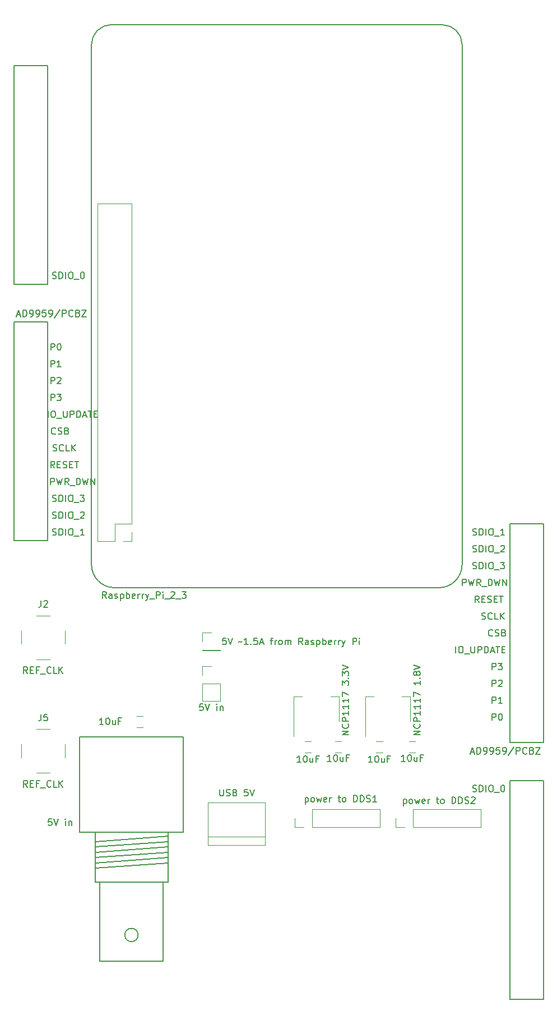
<source format=gbr>
G04 #@! TF.GenerationSoftware,KiCad,Pcbnew,(2017-06-14 revision cf083a20c)-makepkg*
G04 #@! TF.CreationDate,2017-07-19T11:09:17+02:00*
G04 #@! TF.ProjectId,dds_pi,6464735F70692E6B696361645F706362,1.0*
G04 #@! TF.SameCoordinates,Original
G04 #@! TF.FileFunction,Legend,Top*
G04 #@! TF.FilePolarity,Positive*
%FSLAX46Y46*%
G04 Gerber Fmt 4.6, Leading zero omitted, Abs format (unit mm)*
G04 Created by KiCad (PCBNEW (2017-06-14 revision cf083a20c)-makepkg) date 07/19/17 11:09:17*
%MOMM*%
%LPD*%
G01*
G04 APERTURE LIST*
%ADD10C,0.150000*%
%ADD11C,0.120000*%
%ADD12C,0.203200*%
G04 APERTURE END LIST*
D10*
X134620000Y-146050000D02*
X134620000Y-179070000D01*
X134620000Y-146050000D02*
X139700000Y-146050000D01*
X139700000Y-146050000D02*
X139700000Y-179070000D01*
X134620000Y-179070000D02*
X139700000Y-179070000D01*
X134620000Y-140335000D02*
X139700000Y-140335000D01*
X139700000Y-107315000D02*
X139700000Y-140335000D01*
X134620000Y-107315000D02*
X139700000Y-107315000D01*
X134620000Y-107315000D02*
X134620000Y-140335000D01*
X64770000Y-71120000D02*
X64770000Y-38100000D01*
X64770000Y-71120000D02*
X59690000Y-71120000D01*
X59690000Y-71120000D02*
X59690000Y-38100000D01*
X64770000Y-38100000D02*
X59690000Y-38100000D01*
X64770000Y-76835000D02*
X59690000Y-76835000D01*
X59690000Y-109855000D02*
X59690000Y-76835000D01*
X64770000Y-109855000D02*
X59690000Y-109855000D01*
X64770000Y-109855000D02*
X64770000Y-76835000D01*
D11*
X77530000Y-109915000D02*
X76200000Y-109915000D01*
X77530000Y-108585000D02*
X77530000Y-109915000D01*
X74930000Y-109915000D02*
X72330000Y-109915000D01*
X74930000Y-107315000D02*
X74930000Y-109915000D01*
X77530000Y-107315000D02*
X74930000Y-107315000D01*
X72330000Y-109915000D02*
X72330000Y-58995000D01*
X77530000Y-107315000D02*
X77530000Y-58995000D01*
X77530000Y-58995000D02*
X72330000Y-58995000D01*
D10*
X71430000Y-113455000D02*
G75*
G03X74930000Y-116955000I3500000J0D01*
G01*
X123930000Y-116955000D02*
G75*
G03X127430000Y-113455000I0J3500000D01*
G01*
X123930000Y-116955000D02*
X74930000Y-116955000D01*
X124430000Y-31955000D02*
X74430000Y-31955000D01*
X74430000Y-31955000D02*
G75*
G03X71430000Y-34955000I0J-3000000D01*
G01*
X127430000Y-34955000D02*
G75*
G03X124430000Y-31955000I-3000000J0D01*
G01*
X127430000Y-34955000D02*
X127430000Y-113455000D01*
X71430000Y-34955000D02*
X71430000Y-113455000D01*
D11*
X60835000Y-123460000D02*
X60835000Y-125460000D01*
X67435000Y-123460000D02*
X67435000Y-125460000D01*
X63135000Y-127760000D02*
X65135000Y-127760000D01*
X63135000Y-121160000D02*
X65135000Y-121160000D01*
X78240000Y-138010000D02*
X79240000Y-138010000D01*
X79240000Y-136310000D02*
X78240000Y-136310000D01*
X108212000Y-141820000D02*
X109212000Y-141820000D01*
X109212000Y-140120000D02*
X108212000Y-140120000D01*
X120388000Y-140120000D02*
X119388000Y-140120000D01*
X119388000Y-141820000D02*
X120388000Y-141820000D01*
X103640000Y-141820000D02*
X104640000Y-141820000D01*
X104640000Y-140120000D02*
X103640000Y-140120000D01*
X115435000Y-140120000D02*
X114435000Y-140120000D01*
X114435000Y-141820000D02*
X115435000Y-141820000D01*
D10*
X85270340Y-153885900D02*
X85270340Y-139484100D01*
X69669660Y-153885900D02*
X85270340Y-153885900D01*
X69669660Y-139484100D02*
X69669660Y-153885900D01*
X85270340Y-139484100D02*
X69669660Y-139484100D01*
X82969100Y-161383980D02*
X82969100Y-153885900D01*
X71970900Y-161383980D02*
X82969100Y-161383980D01*
X71970900Y-153885900D02*
X71970900Y-161383980D01*
X82270600Y-173385480D02*
X82270600Y-161383980D01*
X72669400Y-173385480D02*
X82270600Y-173385480D01*
X72669400Y-161383980D02*
X72669400Y-173385480D01*
X78470760Y-169384980D02*
G75*
G03X78470760Y-169384980I-1000760J0D01*
G01*
X82969100Y-154485340D02*
X71970900Y-155285440D01*
X82969100Y-155285440D02*
X71970900Y-156085540D01*
X82969100Y-156085540D02*
X71970900Y-156885640D01*
X82969100Y-156885640D02*
X71970900Y-157685740D01*
X82969100Y-157685740D02*
X71970900Y-158485840D01*
X82969100Y-158485840D02*
X71970900Y-159285940D01*
D11*
X88995000Y-155795000D02*
X88995000Y-149385000D01*
X97695000Y-154565000D02*
X88995000Y-154565000D01*
X97695000Y-149385000D02*
X97695000Y-155795000D01*
X88995000Y-149385000D02*
X97695000Y-149385000D01*
X88995000Y-155795000D02*
X97695000Y-155795000D01*
X60835000Y-140605000D02*
X60835000Y-142605000D01*
X67435000Y-140605000D02*
X67435000Y-142605000D01*
X63135000Y-144905000D02*
X65135000Y-144905000D01*
X63135000Y-138305000D02*
X65135000Y-138305000D01*
X88205000Y-128845000D02*
X89535000Y-128845000D01*
X88205000Y-130175000D02*
X88205000Y-128845000D01*
X88205000Y-131445000D02*
X90865000Y-131445000D01*
X90865000Y-131445000D02*
X90865000Y-134045000D01*
X88205000Y-131445000D02*
X88205000Y-134045000D01*
X88205000Y-134045000D02*
X90865000Y-134045000D01*
X102175000Y-153095000D02*
X102175000Y-151765000D01*
X103505000Y-153095000D02*
X102175000Y-153095000D01*
X104775000Y-153095000D02*
X104775000Y-150435000D01*
X104775000Y-150435000D02*
X114995000Y-150435000D01*
X104775000Y-153095000D02*
X114995000Y-153095000D01*
X114995000Y-153095000D02*
X114995000Y-150435000D01*
X130235000Y-153095000D02*
X130235000Y-150435000D01*
X120015000Y-153095000D02*
X130235000Y-153095000D01*
X120015000Y-150435000D02*
X130235000Y-150435000D01*
X120015000Y-153095000D02*
X120015000Y-150435000D01*
X118745000Y-153095000D02*
X117415000Y-153095000D01*
X117415000Y-153095000D02*
X117415000Y-151765000D01*
X88205000Y-123765000D02*
X89535000Y-123765000D01*
X88205000Y-125095000D02*
X88205000Y-123765000D01*
X88205000Y-126365000D02*
X90865000Y-126365000D01*
X90865000Y-126365000D02*
X90865000Y-126425000D01*
X88205000Y-126365000D02*
X88205000Y-126425000D01*
X88205000Y-126425000D02*
X90865000Y-126425000D01*
X102000000Y-139355000D02*
X102000000Y-133345000D01*
X108820000Y-137105000D02*
X108820000Y-133345000D01*
X102000000Y-133345000D02*
X103260000Y-133345000D01*
X108820000Y-133345000D02*
X107560000Y-133345000D01*
X119615000Y-133345000D02*
X118355000Y-133345000D01*
X112795000Y-133345000D02*
X114055000Y-133345000D01*
X119615000Y-137105000D02*
X119615000Y-133345000D01*
X112795000Y-139355000D02*
X112795000Y-133345000D01*
D12*
X128759857Y-141774333D02*
X129243666Y-141774333D01*
X128663095Y-142064619D02*
X129001761Y-141048619D01*
X129340428Y-142064619D01*
X129679095Y-142064619D02*
X129679095Y-141048619D01*
X129921000Y-141048619D01*
X130066142Y-141097000D01*
X130162904Y-141193761D01*
X130211285Y-141290523D01*
X130259666Y-141484047D01*
X130259666Y-141629190D01*
X130211285Y-141822714D01*
X130162904Y-141919476D01*
X130066142Y-142016238D01*
X129921000Y-142064619D01*
X129679095Y-142064619D01*
X130743476Y-142064619D02*
X130937000Y-142064619D01*
X131033761Y-142016238D01*
X131082142Y-141967857D01*
X131178904Y-141822714D01*
X131227285Y-141629190D01*
X131227285Y-141242142D01*
X131178904Y-141145380D01*
X131130523Y-141097000D01*
X131033761Y-141048619D01*
X130840238Y-141048619D01*
X130743476Y-141097000D01*
X130695095Y-141145380D01*
X130646714Y-141242142D01*
X130646714Y-141484047D01*
X130695095Y-141580809D01*
X130743476Y-141629190D01*
X130840238Y-141677571D01*
X131033761Y-141677571D01*
X131130523Y-141629190D01*
X131178904Y-141580809D01*
X131227285Y-141484047D01*
X131711095Y-142064619D02*
X131904619Y-142064619D01*
X132001380Y-142016238D01*
X132049761Y-141967857D01*
X132146523Y-141822714D01*
X132194904Y-141629190D01*
X132194904Y-141242142D01*
X132146523Y-141145380D01*
X132098142Y-141097000D01*
X132001380Y-141048619D01*
X131807857Y-141048619D01*
X131711095Y-141097000D01*
X131662714Y-141145380D01*
X131614333Y-141242142D01*
X131614333Y-141484047D01*
X131662714Y-141580809D01*
X131711095Y-141629190D01*
X131807857Y-141677571D01*
X132001380Y-141677571D01*
X132098142Y-141629190D01*
X132146523Y-141580809D01*
X132194904Y-141484047D01*
X133114142Y-141048619D02*
X132630333Y-141048619D01*
X132581952Y-141532428D01*
X132630333Y-141484047D01*
X132727095Y-141435666D01*
X132969000Y-141435666D01*
X133065761Y-141484047D01*
X133114142Y-141532428D01*
X133162523Y-141629190D01*
X133162523Y-141871095D01*
X133114142Y-141967857D01*
X133065761Y-142016238D01*
X132969000Y-142064619D01*
X132727095Y-142064619D01*
X132630333Y-142016238D01*
X132581952Y-141967857D01*
X133646333Y-142064619D02*
X133839857Y-142064619D01*
X133936619Y-142016238D01*
X133985000Y-141967857D01*
X134081761Y-141822714D01*
X134130142Y-141629190D01*
X134130142Y-141242142D01*
X134081761Y-141145380D01*
X134033380Y-141097000D01*
X133936619Y-141048619D01*
X133743095Y-141048619D01*
X133646333Y-141097000D01*
X133597952Y-141145380D01*
X133549571Y-141242142D01*
X133549571Y-141484047D01*
X133597952Y-141580809D01*
X133646333Y-141629190D01*
X133743095Y-141677571D01*
X133936619Y-141677571D01*
X134033380Y-141629190D01*
X134081761Y-141580809D01*
X134130142Y-141484047D01*
X135291285Y-141000238D02*
X134420428Y-142306523D01*
X135629952Y-142064619D02*
X135629952Y-141048619D01*
X136017000Y-141048619D01*
X136113761Y-141097000D01*
X136162142Y-141145380D01*
X136210523Y-141242142D01*
X136210523Y-141387285D01*
X136162142Y-141484047D01*
X136113761Y-141532428D01*
X136017000Y-141580809D01*
X135629952Y-141580809D01*
X137226523Y-141967857D02*
X137178142Y-142016238D01*
X137033000Y-142064619D01*
X136936238Y-142064619D01*
X136791095Y-142016238D01*
X136694333Y-141919476D01*
X136645952Y-141822714D01*
X136597571Y-141629190D01*
X136597571Y-141484047D01*
X136645952Y-141290523D01*
X136694333Y-141193761D01*
X136791095Y-141097000D01*
X136936238Y-141048619D01*
X137033000Y-141048619D01*
X137178142Y-141097000D01*
X137226523Y-141145380D01*
X138000619Y-141532428D02*
X138145761Y-141580809D01*
X138194142Y-141629190D01*
X138242523Y-141725952D01*
X138242523Y-141871095D01*
X138194142Y-141967857D01*
X138145761Y-142016238D01*
X138049000Y-142064619D01*
X137661952Y-142064619D01*
X137661952Y-141048619D01*
X138000619Y-141048619D01*
X138097380Y-141097000D01*
X138145761Y-141145380D01*
X138194142Y-141242142D01*
X138194142Y-141338904D01*
X138145761Y-141435666D01*
X138097380Y-141484047D01*
X138000619Y-141532428D01*
X137661952Y-141532428D01*
X138581190Y-141048619D02*
X139258523Y-141048619D01*
X138581190Y-142064619D01*
X139258523Y-142064619D01*
D10*
X129040238Y-108989761D02*
X129183095Y-109037380D01*
X129421190Y-109037380D01*
X129516428Y-108989761D01*
X129564047Y-108942142D01*
X129611666Y-108846904D01*
X129611666Y-108751666D01*
X129564047Y-108656428D01*
X129516428Y-108608809D01*
X129421190Y-108561190D01*
X129230714Y-108513571D01*
X129135476Y-108465952D01*
X129087857Y-108418333D01*
X129040238Y-108323095D01*
X129040238Y-108227857D01*
X129087857Y-108132619D01*
X129135476Y-108085000D01*
X129230714Y-108037380D01*
X129468809Y-108037380D01*
X129611666Y-108085000D01*
X130040238Y-109037380D02*
X130040238Y-108037380D01*
X130278333Y-108037380D01*
X130421190Y-108085000D01*
X130516428Y-108180238D01*
X130564047Y-108275476D01*
X130611666Y-108465952D01*
X130611666Y-108608809D01*
X130564047Y-108799285D01*
X130516428Y-108894523D01*
X130421190Y-108989761D01*
X130278333Y-109037380D01*
X130040238Y-109037380D01*
X131040238Y-109037380D02*
X131040238Y-108037380D01*
X131706904Y-108037380D02*
X131897380Y-108037380D01*
X131992619Y-108085000D01*
X132087857Y-108180238D01*
X132135476Y-108370714D01*
X132135476Y-108704047D01*
X132087857Y-108894523D01*
X131992619Y-108989761D01*
X131897380Y-109037380D01*
X131706904Y-109037380D01*
X131611666Y-108989761D01*
X131516428Y-108894523D01*
X131468809Y-108704047D01*
X131468809Y-108370714D01*
X131516428Y-108180238D01*
X131611666Y-108085000D01*
X131706904Y-108037380D01*
X132325952Y-109132619D02*
X133087857Y-109132619D01*
X133849761Y-109037380D02*
X133278333Y-109037380D01*
X133564047Y-109037380D02*
X133564047Y-108037380D01*
X133468809Y-108180238D01*
X133373571Y-108275476D01*
X133278333Y-108323095D01*
X129040238Y-111529761D02*
X129183095Y-111577380D01*
X129421190Y-111577380D01*
X129516428Y-111529761D01*
X129564047Y-111482142D01*
X129611666Y-111386904D01*
X129611666Y-111291666D01*
X129564047Y-111196428D01*
X129516428Y-111148809D01*
X129421190Y-111101190D01*
X129230714Y-111053571D01*
X129135476Y-111005952D01*
X129087857Y-110958333D01*
X129040238Y-110863095D01*
X129040238Y-110767857D01*
X129087857Y-110672619D01*
X129135476Y-110625000D01*
X129230714Y-110577380D01*
X129468809Y-110577380D01*
X129611666Y-110625000D01*
X130040238Y-111577380D02*
X130040238Y-110577380D01*
X130278333Y-110577380D01*
X130421190Y-110625000D01*
X130516428Y-110720238D01*
X130564047Y-110815476D01*
X130611666Y-111005952D01*
X130611666Y-111148809D01*
X130564047Y-111339285D01*
X130516428Y-111434523D01*
X130421190Y-111529761D01*
X130278333Y-111577380D01*
X130040238Y-111577380D01*
X131040238Y-111577380D02*
X131040238Y-110577380D01*
X131706904Y-110577380D02*
X131897380Y-110577380D01*
X131992619Y-110625000D01*
X132087857Y-110720238D01*
X132135476Y-110910714D01*
X132135476Y-111244047D01*
X132087857Y-111434523D01*
X131992619Y-111529761D01*
X131897380Y-111577380D01*
X131706904Y-111577380D01*
X131611666Y-111529761D01*
X131516428Y-111434523D01*
X131468809Y-111244047D01*
X131468809Y-110910714D01*
X131516428Y-110720238D01*
X131611666Y-110625000D01*
X131706904Y-110577380D01*
X132325952Y-111672619D02*
X133087857Y-111672619D01*
X133278333Y-110672619D02*
X133325952Y-110625000D01*
X133421190Y-110577380D01*
X133659285Y-110577380D01*
X133754523Y-110625000D01*
X133802142Y-110672619D01*
X133849761Y-110767857D01*
X133849761Y-110863095D01*
X133802142Y-111005952D01*
X133230714Y-111577380D01*
X133849761Y-111577380D01*
X129040238Y-114069761D02*
X129183095Y-114117380D01*
X129421190Y-114117380D01*
X129516428Y-114069761D01*
X129564047Y-114022142D01*
X129611666Y-113926904D01*
X129611666Y-113831666D01*
X129564047Y-113736428D01*
X129516428Y-113688809D01*
X129421190Y-113641190D01*
X129230714Y-113593571D01*
X129135476Y-113545952D01*
X129087857Y-113498333D01*
X129040238Y-113403095D01*
X129040238Y-113307857D01*
X129087857Y-113212619D01*
X129135476Y-113165000D01*
X129230714Y-113117380D01*
X129468809Y-113117380D01*
X129611666Y-113165000D01*
X130040238Y-114117380D02*
X130040238Y-113117380D01*
X130278333Y-113117380D01*
X130421190Y-113165000D01*
X130516428Y-113260238D01*
X130564047Y-113355476D01*
X130611666Y-113545952D01*
X130611666Y-113688809D01*
X130564047Y-113879285D01*
X130516428Y-113974523D01*
X130421190Y-114069761D01*
X130278333Y-114117380D01*
X130040238Y-114117380D01*
X131040238Y-114117380D02*
X131040238Y-113117380D01*
X131706904Y-113117380D02*
X131897380Y-113117380D01*
X131992619Y-113165000D01*
X132087857Y-113260238D01*
X132135476Y-113450714D01*
X132135476Y-113784047D01*
X132087857Y-113974523D01*
X131992619Y-114069761D01*
X131897380Y-114117380D01*
X131706904Y-114117380D01*
X131611666Y-114069761D01*
X131516428Y-113974523D01*
X131468809Y-113784047D01*
X131468809Y-113450714D01*
X131516428Y-113260238D01*
X131611666Y-113165000D01*
X131706904Y-113117380D01*
X132325952Y-114212619D02*
X133087857Y-114212619D01*
X133230714Y-113117380D02*
X133849761Y-113117380D01*
X133516428Y-113498333D01*
X133659285Y-113498333D01*
X133754523Y-113545952D01*
X133802142Y-113593571D01*
X133849761Y-113688809D01*
X133849761Y-113926904D01*
X133802142Y-114022142D01*
X133754523Y-114069761D01*
X133659285Y-114117380D01*
X133373571Y-114117380D01*
X133278333Y-114069761D01*
X133230714Y-114022142D01*
X127500476Y-116657380D02*
X127500476Y-115657380D01*
X127881428Y-115657380D01*
X127976666Y-115705000D01*
X128024285Y-115752619D01*
X128071904Y-115847857D01*
X128071904Y-115990714D01*
X128024285Y-116085952D01*
X127976666Y-116133571D01*
X127881428Y-116181190D01*
X127500476Y-116181190D01*
X128405238Y-115657380D02*
X128643333Y-116657380D01*
X128833809Y-115943095D01*
X129024285Y-116657380D01*
X129262380Y-115657380D01*
X130214761Y-116657380D02*
X129881428Y-116181190D01*
X129643333Y-116657380D02*
X129643333Y-115657380D01*
X130024285Y-115657380D01*
X130119523Y-115705000D01*
X130167142Y-115752619D01*
X130214761Y-115847857D01*
X130214761Y-115990714D01*
X130167142Y-116085952D01*
X130119523Y-116133571D01*
X130024285Y-116181190D01*
X129643333Y-116181190D01*
X130405238Y-116752619D02*
X131167142Y-116752619D01*
X131405238Y-116657380D02*
X131405238Y-115657380D01*
X131643333Y-115657380D01*
X131786190Y-115705000D01*
X131881428Y-115800238D01*
X131929047Y-115895476D01*
X131976666Y-116085952D01*
X131976666Y-116228809D01*
X131929047Y-116419285D01*
X131881428Y-116514523D01*
X131786190Y-116609761D01*
X131643333Y-116657380D01*
X131405238Y-116657380D01*
X132310000Y-115657380D02*
X132548095Y-116657380D01*
X132738571Y-115943095D01*
X132929047Y-116657380D01*
X133167142Y-115657380D01*
X133548095Y-116657380D02*
X133548095Y-115657380D01*
X134119523Y-116657380D01*
X134119523Y-115657380D01*
X129992619Y-119197380D02*
X129659285Y-118721190D01*
X129421190Y-119197380D02*
X129421190Y-118197380D01*
X129802142Y-118197380D01*
X129897380Y-118245000D01*
X129945000Y-118292619D01*
X129992619Y-118387857D01*
X129992619Y-118530714D01*
X129945000Y-118625952D01*
X129897380Y-118673571D01*
X129802142Y-118721190D01*
X129421190Y-118721190D01*
X130421190Y-118673571D02*
X130754523Y-118673571D01*
X130897380Y-119197380D02*
X130421190Y-119197380D01*
X130421190Y-118197380D01*
X130897380Y-118197380D01*
X131278333Y-119149761D02*
X131421190Y-119197380D01*
X131659285Y-119197380D01*
X131754523Y-119149761D01*
X131802142Y-119102142D01*
X131849761Y-119006904D01*
X131849761Y-118911666D01*
X131802142Y-118816428D01*
X131754523Y-118768809D01*
X131659285Y-118721190D01*
X131468809Y-118673571D01*
X131373571Y-118625952D01*
X131325952Y-118578333D01*
X131278333Y-118483095D01*
X131278333Y-118387857D01*
X131325952Y-118292619D01*
X131373571Y-118245000D01*
X131468809Y-118197380D01*
X131706904Y-118197380D01*
X131849761Y-118245000D01*
X132278333Y-118673571D02*
X132611666Y-118673571D01*
X132754523Y-119197380D02*
X132278333Y-119197380D01*
X132278333Y-118197380D01*
X132754523Y-118197380D01*
X133040238Y-118197380D02*
X133611666Y-118197380D01*
X133325952Y-119197380D02*
X133325952Y-118197380D01*
X130389523Y-121689761D02*
X130532380Y-121737380D01*
X130770476Y-121737380D01*
X130865714Y-121689761D01*
X130913333Y-121642142D01*
X130960952Y-121546904D01*
X130960952Y-121451666D01*
X130913333Y-121356428D01*
X130865714Y-121308809D01*
X130770476Y-121261190D01*
X130580000Y-121213571D01*
X130484761Y-121165952D01*
X130437142Y-121118333D01*
X130389523Y-121023095D01*
X130389523Y-120927857D01*
X130437142Y-120832619D01*
X130484761Y-120785000D01*
X130580000Y-120737380D01*
X130818095Y-120737380D01*
X130960952Y-120785000D01*
X131960952Y-121642142D02*
X131913333Y-121689761D01*
X131770476Y-121737380D01*
X131675238Y-121737380D01*
X131532380Y-121689761D01*
X131437142Y-121594523D01*
X131389523Y-121499285D01*
X131341904Y-121308809D01*
X131341904Y-121165952D01*
X131389523Y-120975476D01*
X131437142Y-120880238D01*
X131532380Y-120785000D01*
X131675238Y-120737380D01*
X131770476Y-120737380D01*
X131913333Y-120785000D01*
X131960952Y-120832619D01*
X132865714Y-121737380D02*
X132389523Y-121737380D01*
X132389523Y-120737380D01*
X133199047Y-121737380D02*
X133199047Y-120737380D01*
X133770476Y-121737380D02*
X133341904Y-121165952D01*
X133770476Y-120737380D02*
X133199047Y-121308809D01*
X132048333Y-124182142D02*
X132000714Y-124229761D01*
X131857857Y-124277380D01*
X131762619Y-124277380D01*
X131619761Y-124229761D01*
X131524523Y-124134523D01*
X131476904Y-124039285D01*
X131429285Y-123848809D01*
X131429285Y-123705952D01*
X131476904Y-123515476D01*
X131524523Y-123420238D01*
X131619761Y-123325000D01*
X131762619Y-123277380D01*
X131857857Y-123277380D01*
X132000714Y-123325000D01*
X132048333Y-123372619D01*
X132429285Y-124229761D02*
X132572142Y-124277380D01*
X132810238Y-124277380D01*
X132905476Y-124229761D01*
X132953095Y-124182142D01*
X133000714Y-124086904D01*
X133000714Y-123991666D01*
X132953095Y-123896428D01*
X132905476Y-123848809D01*
X132810238Y-123801190D01*
X132619761Y-123753571D01*
X132524523Y-123705952D01*
X132476904Y-123658333D01*
X132429285Y-123563095D01*
X132429285Y-123467857D01*
X132476904Y-123372619D01*
X132524523Y-123325000D01*
X132619761Y-123277380D01*
X132857857Y-123277380D01*
X133000714Y-123325000D01*
X133762619Y-123753571D02*
X133905476Y-123801190D01*
X133953095Y-123848809D01*
X134000714Y-123944047D01*
X134000714Y-124086904D01*
X133953095Y-124182142D01*
X133905476Y-124229761D01*
X133810238Y-124277380D01*
X133429285Y-124277380D01*
X133429285Y-123277380D01*
X133762619Y-123277380D01*
X133857857Y-123325000D01*
X133905476Y-123372619D01*
X133953095Y-123467857D01*
X133953095Y-123563095D01*
X133905476Y-123658333D01*
X133857857Y-123705952D01*
X133762619Y-123753571D01*
X133429285Y-123753571D01*
X126484523Y-126817380D02*
X126484523Y-125817380D01*
X127151190Y-125817380D02*
X127341666Y-125817380D01*
X127436904Y-125865000D01*
X127532142Y-125960238D01*
X127579761Y-126150714D01*
X127579761Y-126484047D01*
X127532142Y-126674523D01*
X127436904Y-126769761D01*
X127341666Y-126817380D01*
X127151190Y-126817380D01*
X127055952Y-126769761D01*
X126960714Y-126674523D01*
X126913095Y-126484047D01*
X126913095Y-126150714D01*
X126960714Y-125960238D01*
X127055952Y-125865000D01*
X127151190Y-125817380D01*
X127770238Y-126912619D02*
X128532142Y-126912619D01*
X128770238Y-125817380D02*
X128770238Y-126626904D01*
X128817857Y-126722142D01*
X128865476Y-126769761D01*
X128960714Y-126817380D01*
X129151190Y-126817380D01*
X129246428Y-126769761D01*
X129294047Y-126722142D01*
X129341666Y-126626904D01*
X129341666Y-125817380D01*
X129817857Y-126817380D02*
X129817857Y-125817380D01*
X130198809Y-125817380D01*
X130294047Y-125865000D01*
X130341666Y-125912619D01*
X130389285Y-126007857D01*
X130389285Y-126150714D01*
X130341666Y-126245952D01*
X130294047Y-126293571D01*
X130198809Y-126341190D01*
X129817857Y-126341190D01*
X130817857Y-126817380D02*
X130817857Y-125817380D01*
X131055952Y-125817380D01*
X131198809Y-125865000D01*
X131294047Y-125960238D01*
X131341666Y-126055476D01*
X131389285Y-126245952D01*
X131389285Y-126388809D01*
X131341666Y-126579285D01*
X131294047Y-126674523D01*
X131198809Y-126769761D01*
X131055952Y-126817380D01*
X130817857Y-126817380D01*
X131770238Y-126531666D02*
X132246428Y-126531666D01*
X131675000Y-126817380D02*
X132008333Y-125817380D01*
X132341666Y-126817380D01*
X132532142Y-125817380D02*
X133103571Y-125817380D01*
X132817857Y-126817380D02*
X132817857Y-125817380D01*
X133436904Y-126293571D02*
X133770238Y-126293571D01*
X133913095Y-126817380D02*
X133436904Y-126817380D01*
X133436904Y-125817380D01*
X133913095Y-125817380D01*
X131976904Y-129357380D02*
X131976904Y-128357380D01*
X132357857Y-128357380D01*
X132453095Y-128405000D01*
X132500714Y-128452619D01*
X132548333Y-128547857D01*
X132548333Y-128690714D01*
X132500714Y-128785952D01*
X132453095Y-128833571D01*
X132357857Y-128881190D01*
X131976904Y-128881190D01*
X132881666Y-128357380D02*
X133500714Y-128357380D01*
X133167380Y-128738333D01*
X133310238Y-128738333D01*
X133405476Y-128785952D01*
X133453095Y-128833571D01*
X133500714Y-128928809D01*
X133500714Y-129166904D01*
X133453095Y-129262142D01*
X133405476Y-129309761D01*
X133310238Y-129357380D01*
X133024523Y-129357380D01*
X132929285Y-129309761D01*
X132881666Y-129262142D01*
X131976904Y-131897380D02*
X131976904Y-130897380D01*
X132357857Y-130897380D01*
X132453095Y-130945000D01*
X132500714Y-130992619D01*
X132548333Y-131087857D01*
X132548333Y-131230714D01*
X132500714Y-131325952D01*
X132453095Y-131373571D01*
X132357857Y-131421190D01*
X131976904Y-131421190D01*
X132929285Y-130992619D02*
X132976904Y-130945000D01*
X133072142Y-130897380D01*
X133310238Y-130897380D01*
X133405476Y-130945000D01*
X133453095Y-130992619D01*
X133500714Y-131087857D01*
X133500714Y-131183095D01*
X133453095Y-131325952D01*
X132881666Y-131897380D01*
X133500714Y-131897380D01*
X131976904Y-134437380D02*
X131976904Y-133437380D01*
X132357857Y-133437380D01*
X132453095Y-133485000D01*
X132500714Y-133532619D01*
X132548333Y-133627857D01*
X132548333Y-133770714D01*
X132500714Y-133865952D01*
X132453095Y-133913571D01*
X132357857Y-133961190D01*
X131976904Y-133961190D01*
X133500714Y-134437380D02*
X132929285Y-134437380D01*
X133215000Y-134437380D02*
X133215000Y-133437380D01*
X133119761Y-133580238D01*
X133024523Y-133675476D01*
X132929285Y-133723095D01*
X131976904Y-136977380D02*
X131976904Y-135977380D01*
X132357857Y-135977380D01*
X132453095Y-136025000D01*
X132500714Y-136072619D01*
X132548333Y-136167857D01*
X132548333Y-136310714D01*
X132500714Y-136405952D01*
X132453095Y-136453571D01*
X132357857Y-136501190D01*
X131976904Y-136501190D01*
X133167380Y-135977380D02*
X133262619Y-135977380D01*
X133357857Y-136025000D01*
X133405476Y-136072619D01*
X133453095Y-136167857D01*
X133500714Y-136358333D01*
X133500714Y-136596428D01*
X133453095Y-136786904D01*
X133405476Y-136882142D01*
X133357857Y-136929761D01*
X133262619Y-136977380D01*
X133167380Y-136977380D01*
X133072142Y-136929761D01*
X133024523Y-136882142D01*
X132976904Y-136786904D01*
X132929285Y-136596428D01*
X132929285Y-136358333D01*
X132976904Y-136167857D01*
X133024523Y-136072619D01*
X133072142Y-136025000D01*
X133167380Y-135977380D01*
X129040238Y-147724761D02*
X129183095Y-147772380D01*
X129421190Y-147772380D01*
X129516428Y-147724761D01*
X129564047Y-147677142D01*
X129611666Y-147581904D01*
X129611666Y-147486666D01*
X129564047Y-147391428D01*
X129516428Y-147343809D01*
X129421190Y-147296190D01*
X129230714Y-147248571D01*
X129135476Y-147200952D01*
X129087857Y-147153333D01*
X129040238Y-147058095D01*
X129040238Y-146962857D01*
X129087857Y-146867619D01*
X129135476Y-146820000D01*
X129230714Y-146772380D01*
X129468809Y-146772380D01*
X129611666Y-146820000D01*
X130040238Y-147772380D02*
X130040238Y-146772380D01*
X130278333Y-146772380D01*
X130421190Y-146820000D01*
X130516428Y-146915238D01*
X130564047Y-147010476D01*
X130611666Y-147200952D01*
X130611666Y-147343809D01*
X130564047Y-147534285D01*
X130516428Y-147629523D01*
X130421190Y-147724761D01*
X130278333Y-147772380D01*
X130040238Y-147772380D01*
X131040238Y-147772380D02*
X131040238Y-146772380D01*
X131706904Y-146772380D02*
X131897380Y-146772380D01*
X131992619Y-146820000D01*
X132087857Y-146915238D01*
X132135476Y-147105714D01*
X132135476Y-147439047D01*
X132087857Y-147629523D01*
X131992619Y-147724761D01*
X131897380Y-147772380D01*
X131706904Y-147772380D01*
X131611666Y-147724761D01*
X131516428Y-147629523D01*
X131468809Y-147439047D01*
X131468809Y-147105714D01*
X131516428Y-146915238D01*
X131611666Y-146820000D01*
X131706904Y-146772380D01*
X132325952Y-147867619D02*
X133087857Y-147867619D01*
X133516428Y-146772380D02*
X133611666Y-146772380D01*
X133706904Y-146820000D01*
X133754523Y-146867619D01*
X133802142Y-146962857D01*
X133849761Y-147153333D01*
X133849761Y-147391428D01*
X133802142Y-147581904D01*
X133754523Y-147677142D01*
X133706904Y-147724761D01*
X133611666Y-147772380D01*
X133516428Y-147772380D01*
X133421190Y-147724761D01*
X133373571Y-147677142D01*
X133325952Y-147581904D01*
X133278333Y-147391428D01*
X133278333Y-147153333D01*
X133325952Y-146962857D01*
X133373571Y-146867619D01*
X133421190Y-146820000D01*
X133516428Y-146772380D01*
D12*
X60179857Y-75734333D02*
X60663666Y-75734333D01*
X60083095Y-76024619D02*
X60421761Y-75008619D01*
X60760428Y-76024619D01*
X61099095Y-76024619D02*
X61099095Y-75008619D01*
X61341000Y-75008619D01*
X61486142Y-75057000D01*
X61582904Y-75153761D01*
X61631285Y-75250523D01*
X61679666Y-75444047D01*
X61679666Y-75589190D01*
X61631285Y-75782714D01*
X61582904Y-75879476D01*
X61486142Y-75976238D01*
X61341000Y-76024619D01*
X61099095Y-76024619D01*
X62163476Y-76024619D02*
X62357000Y-76024619D01*
X62453761Y-75976238D01*
X62502142Y-75927857D01*
X62598904Y-75782714D01*
X62647285Y-75589190D01*
X62647285Y-75202142D01*
X62598904Y-75105380D01*
X62550523Y-75057000D01*
X62453761Y-75008619D01*
X62260238Y-75008619D01*
X62163476Y-75057000D01*
X62115095Y-75105380D01*
X62066714Y-75202142D01*
X62066714Y-75444047D01*
X62115095Y-75540809D01*
X62163476Y-75589190D01*
X62260238Y-75637571D01*
X62453761Y-75637571D01*
X62550523Y-75589190D01*
X62598904Y-75540809D01*
X62647285Y-75444047D01*
X63131095Y-76024619D02*
X63324619Y-76024619D01*
X63421380Y-75976238D01*
X63469761Y-75927857D01*
X63566523Y-75782714D01*
X63614904Y-75589190D01*
X63614904Y-75202142D01*
X63566523Y-75105380D01*
X63518142Y-75057000D01*
X63421380Y-75008619D01*
X63227857Y-75008619D01*
X63131095Y-75057000D01*
X63082714Y-75105380D01*
X63034333Y-75202142D01*
X63034333Y-75444047D01*
X63082714Y-75540809D01*
X63131095Y-75589190D01*
X63227857Y-75637571D01*
X63421380Y-75637571D01*
X63518142Y-75589190D01*
X63566523Y-75540809D01*
X63614904Y-75444047D01*
X64534142Y-75008619D02*
X64050333Y-75008619D01*
X64001952Y-75492428D01*
X64050333Y-75444047D01*
X64147095Y-75395666D01*
X64389000Y-75395666D01*
X64485761Y-75444047D01*
X64534142Y-75492428D01*
X64582523Y-75589190D01*
X64582523Y-75831095D01*
X64534142Y-75927857D01*
X64485761Y-75976238D01*
X64389000Y-76024619D01*
X64147095Y-76024619D01*
X64050333Y-75976238D01*
X64001952Y-75927857D01*
X65066333Y-76024619D02*
X65259857Y-76024619D01*
X65356619Y-75976238D01*
X65405000Y-75927857D01*
X65501761Y-75782714D01*
X65550142Y-75589190D01*
X65550142Y-75202142D01*
X65501761Y-75105380D01*
X65453380Y-75057000D01*
X65356619Y-75008619D01*
X65163095Y-75008619D01*
X65066333Y-75057000D01*
X65017952Y-75105380D01*
X64969571Y-75202142D01*
X64969571Y-75444047D01*
X65017952Y-75540809D01*
X65066333Y-75589190D01*
X65163095Y-75637571D01*
X65356619Y-75637571D01*
X65453380Y-75589190D01*
X65501761Y-75540809D01*
X65550142Y-75444047D01*
X66711285Y-74960238D02*
X65840428Y-76266523D01*
X67049952Y-76024619D02*
X67049952Y-75008619D01*
X67437000Y-75008619D01*
X67533761Y-75057000D01*
X67582142Y-75105380D01*
X67630523Y-75202142D01*
X67630523Y-75347285D01*
X67582142Y-75444047D01*
X67533761Y-75492428D01*
X67437000Y-75540809D01*
X67049952Y-75540809D01*
X68646523Y-75927857D02*
X68598142Y-75976238D01*
X68453000Y-76024619D01*
X68356238Y-76024619D01*
X68211095Y-75976238D01*
X68114333Y-75879476D01*
X68065952Y-75782714D01*
X68017571Y-75589190D01*
X68017571Y-75444047D01*
X68065952Y-75250523D01*
X68114333Y-75153761D01*
X68211095Y-75057000D01*
X68356238Y-75008619D01*
X68453000Y-75008619D01*
X68598142Y-75057000D01*
X68646523Y-75105380D01*
X69420619Y-75492428D02*
X69565761Y-75540809D01*
X69614142Y-75589190D01*
X69662523Y-75685952D01*
X69662523Y-75831095D01*
X69614142Y-75927857D01*
X69565761Y-75976238D01*
X69469000Y-76024619D01*
X69081952Y-76024619D01*
X69081952Y-75008619D01*
X69420619Y-75008619D01*
X69517380Y-75057000D01*
X69565761Y-75105380D01*
X69614142Y-75202142D01*
X69614142Y-75298904D01*
X69565761Y-75395666D01*
X69517380Y-75444047D01*
X69420619Y-75492428D01*
X69081952Y-75492428D01*
X70001190Y-75008619D02*
X70678523Y-75008619D01*
X70001190Y-76024619D01*
X70678523Y-76024619D01*
D10*
X65540238Y-108989761D02*
X65683095Y-109037380D01*
X65921190Y-109037380D01*
X66016428Y-108989761D01*
X66064047Y-108942142D01*
X66111666Y-108846904D01*
X66111666Y-108751666D01*
X66064047Y-108656428D01*
X66016428Y-108608809D01*
X65921190Y-108561190D01*
X65730714Y-108513571D01*
X65635476Y-108465952D01*
X65587857Y-108418333D01*
X65540238Y-108323095D01*
X65540238Y-108227857D01*
X65587857Y-108132619D01*
X65635476Y-108085000D01*
X65730714Y-108037380D01*
X65968809Y-108037380D01*
X66111666Y-108085000D01*
X66540238Y-109037380D02*
X66540238Y-108037380D01*
X66778333Y-108037380D01*
X66921190Y-108085000D01*
X67016428Y-108180238D01*
X67064047Y-108275476D01*
X67111666Y-108465952D01*
X67111666Y-108608809D01*
X67064047Y-108799285D01*
X67016428Y-108894523D01*
X66921190Y-108989761D01*
X66778333Y-109037380D01*
X66540238Y-109037380D01*
X67540238Y-109037380D02*
X67540238Y-108037380D01*
X68206904Y-108037380D02*
X68397380Y-108037380D01*
X68492619Y-108085000D01*
X68587857Y-108180238D01*
X68635476Y-108370714D01*
X68635476Y-108704047D01*
X68587857Y-108894523D01*
X68492619Y-108989761D01*
X68397380Y-109037380D01*
X68206904Y-109037380D01*
X68111666Y-108989761D01*
X68016428Y-108894523D01*
X67968809Y-108704047D01*
X67968809Y-108370714D01*
X68016428Y-108180238D01*
X68111666Y-108085000D01*
X68206904Y-108037380D01*
X68825952Y-109132619D02*
X69587857Y-109132619D01*
X70349761Y-109037380D02*
X69778333Y-109037380D01*
X70064047Y-109037380D02*
X70064047Y-108037380D01*
X69968809Y-108180238D01*
X69873571Y-108275476D01*
X69778333Y-108323095D01*
X65540238Y-106449761D02*
X65683095Y-106497380D01*
X65921190Y-106497380D01*
X66016428Y-106449761D01*
X66064047Y-106402142D01*
X66111666Y-106306904D01*
X66111666Y-106211666D01*
X66064047Y-106116428D01*
X66016428Y-106068809D01*
X65921190Y-106021190D01*
X65730714Y-105973571D01*
X65635476Y-105925952D01*
X65587857Y-105878333D01*
X65540238Y-105783095D01*
X65540238Y-105687857D01*
X65587857Y-105592619D01*
X65635476Y-105545000D01*
X65730714Y-105497380D01*
X65968809Y-105497380D01*
X66111666Y-105545000D01*
X66540238Y-106497380D02*
X66540238Y-105497380D01*
X66778333Y-105497380D01*
X66921190Y-105545000D01*
X67016428Y-105640238D01*
X67064047Y-105735476D01*
X67111666Y-105925952D01*
X67111666Y-106068809D01*
X67064047Y-106259285D01*
X67016428Y-106354523D01*
X66921190Y-106449761D01*
X66778333Y-106497380D01*
X66540238Y-106497380D01*
X67540238Y-106497380D02*
X67540238Y-105497380D01*
X68206904Y-105497380D02*
X68397380Y-105497380D01*
X68492619Y-105545000D01*
X68587857Y-105640238D01*
X68635476Y-105830714D01*
X68635476Y-106164047D01*
X68587857Y-106354523D01*
X68492619Y-106449761D01*
X68397380Y-106497380D01*
X68206904Y-106497380D01*
X68111666Y-106449761D01*
X68016428Y-106354523D01*
X67968809Y-106164047D01*
X67968809Y-105830714D01*
X68016428Y-105640238D01*
X68111666Y-105545000D01*
X68206904Y-105497380D01*
X68825952Y-106592619D02*
X69587857Y-106592619D01*
X69778333Y-105592619D02*
X69825952Y-105545000D01*
X69921190Y-105497380D01*
X70159285Y-105497380D01*
X70254523Y-105545000D01*
X70302142Y-105592619D01*
X70349761Y-105687857D01*
X70349761Y-105783095D01*
X70302142Y-105925952D01*
X69730714Y-106497380D01*
X70349761Y-106497380D01*
X65540238Y-103909761D02*
X65683095Y-103957380D01*
X65921190Y-103957380D01*
X66016428Y-103909761D01*
X66064047Y-103862142D01*
X66111666Y-103766904D01*
X66111666Y-103671666D01*
X66064047Y-103576428D01*
X66016428Y-103528809D01*
X65921190Y-103481190D01*
X65730714Y-103433571D01*
X65635476Y-103385952D01*
X65587857Y-103338333D01*
X65540238Y-103243095D01*
X65540238Y-103147857D01*
X65587857Y-103052619D01*
X65635476Y-103005000D01*
X65730714Y-102957380D01*
X65968809Y-102957380D01*
X66111666Y-103005000D01*
X66540238Y-103957380D02*
X66540238Y-102957380D01*
X66778333Y-102957380D01*
X66921190Y-103005000D01*
X67016428Y-103100238D01*
X67064047Y-103195476D01*
X67111666Y-103385952D01*
X67111666Y-103528809D01*
X67064047Y-103719285D01*
X67016428Y-103814523D01*
X66921190Y-103909761D01*
X66778333Y-103957380D01*
X66540238Y-103957380D01*
X67540238Y-103957380D02*
X67540238Y-102957380D01*
X68206904Y-102957380D02*
X68397380Y-102957380D01*
X68492619Y-103005000D01*
X68587857Y-103100238D01*
X68635476Y-103290714D01*
X68635476Y-103624047D01*
X68587857Y-103814523D01*
X68492619Y-103909761D01*
X68397380Y-103957380D01*
X68206904Y-103957380D01*
X68111666Y-103909761D01*
X68016428Y-103814523D01*
X67968809Y-103624047D01*
X67968809Y-103290714D01*
X68016428Y-103100238D01*
X68111666Y-103005000D01*
X68206904Y-102957380D01*
X68825952Y-104052619D02*
X69587857Y-104052619D01*
X69730714Y-102957380D02*
X70349761Y-102957380D01*
X70016428Y-103338333D01*
X70159285Y-103338333D01*
X70254523Y-103385952D01*
X70302142Y-103433571D01*
X70349761Y-103528809D01*
X70349761Y-103766904D01*
X70302142Y-103862142D01*
X70254523Y-103909761D01*
X70159285Y-103957380D01*
X69873571Y-103957380D01*
X69778333Y-103909761D01*
X69730714Y-103862142D01*
X65270476Y-101417380D02*
X65270476Y-100417380D01*
X65651428Y-100417380D01*
X65746666Y-100465000D01*
X65794285Y-100512619D01*
X65841904Y-100607857D01*
X65841904Y-100750714D01*
X65794285Y-100845952D01*
X65746666Y-100893571D01*
X65651428Y-100941190D01*
X65270476Y-100941190D01*
X66175238Y-100417380D02*
X66413333Y-101417380D01*
X66603809Y-100703095D01*
X66794285Y-101417380D01*
X67032380Y-100417380D01*
X67984761Y-101417380D02*
X67651428Y-100941190D01*
X67413333Y-101417380D02*
X67413333Y-100417380D01*
X67794285Y-100417380D01*
X67889523Y-100465000D01*
X67937142Y-100512619D01*
X67984761Y-100607857D01*
X67984761Y-100750714D01*
X67937142Y-100845952D01*
X67889523Y-100893571D01*
X67794285Y-100941190D01*
X67413333Y-100941190D01*
X68175238Y-101512619D02*
X68937142Y-101512619D01*
X69175238Y-101417380D02*
X69175238Y-100417380D01*
X69413333Y-100417380D01*
X69556190Y-100465000D01*
X69651428Y-100560238D01*
X69699047Y-100655476D01*
X69746666Y-100845952D01*
X69746666Y-100988809D01*
X69699047Y-101179285D01*
X69651428Y-101274523D01*
X69556190Y-101369761D01*
X69413333Y-101417380D01*
X69175238Y-101417380D01*
X70080000Y-100417380D02*
X70318095Y-101417380D01*
X70508571Y-100703095D01*
X70699047Y-101417380D01*
X70937142Y-100417380D01*
X71318095Y-101417380D02*
X71318095Y-100417380D01*
X71889523Y-101417380D01*
X71889523Y-100417380D01*
X65857619Y-98877380D02*
X65524285Y-98401190D01*
X65286190Y-98877380D02*
X65286190Y-97877380D01*
X65667142Y-97877380D01*
X65762380Y-97925000D01*
X65810000Y-97972619D01*
X65857619Y-98067857D01*
X65857619Y-98210714D01*
X65810000Y-98305952D01*
X65762380Y-98353571D01*
X65667142Y-98401190D01*
X65286190Y-98401190D01*
X66286190Y-98353571D02*
X66619523Y-98353571D01*
X66762380Y-98877380D02*
X66286190Y-98877380D01*
X66286190Y-97877380D01*
X66762380Y-97877380D01*
X67143333Y-98829761D02*
X67286190Y-98877380D01*
X67524285Y-98877380D01*
X67619523Y-98829761D01*
X67667142Y-98782142D01*
X67714761Y-98686904D01*
X67714761Y-98591666D01*
X67667142Y-98496428D01*
X67619523Y-98448809D01*
X67524285Y-98401190D01*
X67333809Y-98353571D01*
X67238571Y-98305952D01*
X67190952Y-98258333D01*
X67143333Y-98163095D01*
X67143333Y-98067857D01*
X67190952Y-97972619D01*
X67238571Y-97925000D01*
X67333809Y-97877380D01*
X67571904Y-97877380D01*
X67714761Y-97925000D01*
X68143333Y-98353571D02*
X68476666Y-98353571D01*
X68619523Y-98877380D02*
X68143333Y-98877380D01*
X68143333Y-97877380D01*
X68619523Y-97877380D01*
X68905238Y-97877380D02*
X69476666Y-97877380D01*
X69190952Y-98877380D02*
X69190952Y-97877380D01*
X65619523Y-96289761D02*
X65762380Y-96337380D01*
X66000476Y-96337380D01*
X66095714Y-96289761D01*
X66143333Y-96242142D01*
X66190952Y-96146904D01*
X66190952Y-96051666D01*
X66143333Y-95956428D01*
X66095714Y-95908809D01*
X66000476Y-95861190D01*
X65810000Y-95813571D01*
X65714761Y-95765952D01*
X65667142Y-95718333D01*
X65619523Y-95623095D01*
X65619523Y-95527857D01*
X65667142Y-95432619D01*
X65714761Y-95385000D01*
X65810000Y-95337380D01*
X66048095Y-95337380D01*
X66190952Y-95385000D01*
X67190952Y-96242142D02*
X67143333Y-96289761D01*
X67000476Y-96337380D01*
X66905238Y-96337380D01*
X66762380Y-96289761D01*
X66667142Y-96194523D01*
X66619523Y-96099285D01*
X66571904Y-95908809D01*
X66571904Y-95765952D01*
X66619523Y-95575476D01*
X66667142Y-95480238D01*
X66762380Y-95385000D01*
X66905238Y-95337380D01*
X67000476Y-95337380D01*
X67143333Y-95385000D01*
X67190952Y-95432619D01*
X68095714Y-96337380D02*
X67619523Y-96337380D01*
X67619523Y-95337380D01*
X68429047Y-96337380D02*
X68429047Y-95337380D01*
X69000476Y-96337380D02*
X68571904Y-95765952D01*
X69000476Y-95337380D02*
X68429047Y-95908809D01*
X66008333Y-93702142D02*
X65960714Y-93749761D01*
X65817857Y-93797380D01*
X65722619Y-93797380D01*
X65579761Y-93749761D01*
X65484523Y-93654523D01*
X65436904Y-93559285D01*
X65389285Y-93368809D01*
X65389285Y-93225952D01*
X65436904Y-93035476D01*
X65484523Y-92940238D01*
X65579761Y-92845000D01*
X65722619Y-92797380D01*
X65817857Y-92797380D01*
X65960714Y-92845000D01*
X66008333Y-92892619D01*
X66389285Y-93749761D02*
X66532142Y-93797380D01*
X66770238Y-93797380D01*
X66865476Y-93749761D01*
X66913095Y-93702142D01*
X66960714Y-93606904D01*
X66960714Y-93511666D01*
X66913095Y-93416428D01*
X66865476Y-93368809D01*
X66770238Y-93321190D01*
X66579761Y-93273571D01*
X66484523Y-93225952D01*
X66436904Y-93178333D01*
X66389285Y-93083095D01*
X66389285Y-92987857D01*
X66436904Y-92892619D01*
X66484523Y-92845000D01*
X66579761Y-92797380D01*
X66817857Y-92797380D01*
X66960714Y-92845000D01*
X67722619Y-93273571D02*
X67865476Y-93321190D01*
X67913095Y-93368809D01*
X67960714Y-93464047D01*
X67960714Y-93606904D01*
X67913095Y-93702142D01*
X67865476Y-93749761D01*
X67770238Y-93797380D01*
X67389285Y-93797380D01*
X67389285Y-92797380D01*
X67722619Y-92797380D01*
X67817857Y-92845000D01*
X67865476Y-92892619D01*
X67913095Y-92987857D01*
X67913095Y-93083095D01*
X67865476Y-93178333D01*
X67817857Y-93225952D01*
X67722619Y-93273571D01*
X67389285Y-93273571D01*
X64889523Y-91257380D02*
X64889523Y-90257380D01*
X65556190Y-90257380D02*
X65746666Y-90257380D01*
X65841904Y-90305000D01*
X65937142Y-90400238D01*
X65984761Y-90590714D01*
X65984761Y-90924047D01*
X65937142Y-91114523D01*
X65841904Y-91209761D01*
X65746666Y-91257380D01*
X65556190Y-91257380D01*
X65460952Y-91209761D01*
X65365714Y-91114523D01*
X65318095Y-90924047D01*
X65318095Y-90590714D01*
X65365714Y-90400238D01*
X65460952Y-90305000D01*
X65556190Y-90257380D01*
X66175238Y-91352619D02*
X66937142Y-91352619D01*
X67175238Y-90257380D02*
X67175238Y-91066904D01*
X67222857Y-91162142D01*
X67270476Y-91209761D01*
X67365714Y-91257380D01*
X67556190Y-91257380D01*
X67651428Y-91209761D01*
X67699047Y-91162142D01*
X67746666Y-91066904D01*
X67746666Y-90257380D01*
X68222857Y-91257380D02*
X68222857Y-90257380D01*
X68603809Y-90257380D01*
X68699047Y-90305000D01*
X68746666Y-90352619D01*
X68794285Y-90447857D01*
X68794285Y-90590714D01*
X68746666Y-90685952D01*
X68699047Y-90733571D01*
X68603809Y-90781190D01*
X68222857Y-90781190D01*
X69222857Y-91257380D02*
X69222857Y-90257380D01*
X69460952Y-90257380D01*
X69603809Y-90305000D01*
X69699047Y-90400238D01*
X69746666Y-90495476D01*
X69794285Y-90685952D01*
X69794285Y-90828809D01*
X69746666Y-91019285D01*
X69699047Y-91114523D01*
X69603809Y-91209761D01*
X69460952Y-91257380D01*
X69222857Y-91257380D01*
X70175238Y-90971666D02*
X70651428Y-90971666D01*
X70080000Y-91257380D02*
X70413333Y-90257380D01*
X70746666Y-91257380D01*
X70937142Y-90257380D02*
X71508571Y-90257380D01*
X71222857Y-91257380D02*
X71222857Y-90257380D01*
X71841904Y-90733571D02*
X72175238Y-90733571D01*
X72318095Y-91257380D02*
X71841904Y-91257380D01*
X71841904Y-90257380D01*
X72318095Y-90257380D01*
X65301904Y-88717380D02*
X65301904Y-87717380D01*
X65682857Y-87717380D01*
X65778095Y-87765000D01*
X65825714Y-87812619D01*
X65873333Y-87907857D01*
X65873333Y-88050714D01*
X65825714Y-88145952D01*
X65778095Y-88193571D01*
X65682857Y-88241190D01*
X65301904Y-88241190D01*
X66206666Y-87717380D02*
X66825714Y-87717380D01*
X66492380Y-88098333D01*
X66635238Y-88098333D01*
X66730476Y-88145952D01*
X66778095Y-88193571D01*
X66825714Y-88288809D01*
X66825714Y-88526904D01*
X66778095Y-88622142D01*
X66730476Y-88669761D01*
X66635238Y-88717380D01*
X66349523Y-88717380D01*
X66254285Y-88669761D01*
X66206666Y-88622142D01*
X65301904Y-86177380D02*
X65301904Y-85177380D01*
X65682857Y-85177380D01*
X65778095Y-85225000D01*
X65825714Y-85272619D01*
X65873333Y-85367857D01*
X65873333Y-85510714D01*
X65825714Y-85605952D01*
X65778095Y-85653571D01*
X65682857Y-85701190D01*
X65301904Y-85701190D01*
X66254285Y-85272619D02*
X66301904Y-85225000D01*
X66397142Y-85177380D01*
X66635238Y-85177380D01*
X66730476Y-85225000D01*
X66778095Y-85272619D01*
X66825714Y-85367857D01*
X66825714Y-85463095D01*
X66778095Y-85605952D01*
X66206666Y-86177380D01*
X66825714Y-86177380D01*
X65301904Y-83637380D02*
X65301904Y-82637380D01*
X65682857Y-82637380D01*
X65778095Y-82685000D01*
X65825714Y-82732619D01*
X65873333Y-82827857D01*
X65873333Y-82970714D01*
X65825714Y-83065952D01*
X65778095Y-83113571D01*
X65682857Y-83161190D01*
X65301904Y-83161190D01*
X66825714Y-83637380D02*
X66254285Y-83637380D01*
X66540000Y-83637380D02*
X66540000Y-82637380D01*
X66444761Y-82780238D01*
X66349523Y-82875476D01*
X66254285Y-82923095D01*
X65301904Y-81097380D02*
X65301904Y-80097380D01*
X65682857Y-80097380D01*
X65778095Y-80145000D01*
X65825714Y-80192619D01*
X65873333Y-80287857D01*
X65873333Y-80430714D01*
X65825714Y-80525952D01*
X65778095Y-80573571D01*
X65682857Y-80621190D01*
X65301904Y-80621190D01*
X66492380Y-80097380D02*
X66587619Y-80097380D01*
X66682857Y-80145000D01*
X66730476Y-80192619D01*
X66778095Y-80287857D01*
X66825714Y-80478333D01*
X66825714Y-80716428D01*
X66778095Y-80906904D01*
X66730476Y-81002142D01*
X66682857Y-81049761D01*
X66587619Y-81097380D01*
X66492380Y-81097380D01*
X66397142Y-81049761D01*
X66349523Y-81002142D01*
X66301904Y-80906904D01*
X66254285Y-80716428D01*
X66254285Y-80478333D01*
X66301904Y-80287857D01*
X66349523Y-80192619D01*
X66397142Y-80145000D01*
X66492380Y-80097380D01*
X65540238Y-70254761D02*
X65683095Y-70302380D01*
X65921190Y-70302380D01*
X66016428Y-70254761D01*
X66064047Y-70207142D01*
X66111666Y-70111904D01*
X66111666Y-70016666D01*
X66064047Y-69921428D01*
X66016428Y-69873809D01*
X65921190Y-69826190D01*
X65730714Y-69778571D01*
X65635476Y-69730952D01*
X65587857Y-69683333D01*
X65540238Y-69588095D01*
X65540238Y-69492857D01*
X65587857Y-69397619D01*
X65635476Y-69350000D01*
X65730714Y-69302380D01*
X65968809Y-69302380D01*
X66111666Y-69350000D01*
X66540238Y-70302380D02*
X66540238Y-69302380D01*
X66778333Y-69302380D01*
X66921190Y-69350000D01*
X67016428Y-69445238D01*
X67064047Y-69540476D01*
X67111666Y-69730952D01*
X67111666Y-69873809D01*
X67064047Y-70064285D01*
X67016428Y-70159523D01*
X66921190Y-70254761D01*
X66778333Y-70302380D01*
X66540238Y-70302380D01*
X67540238Y-70302380D02*
X67540238Y-69302380D01*
X68206904Y-69302380D02*
X68397380Y-69302380D01*
X68492619Y-69350000D01*
X68587857Y-69445238D01*
X68635476Y-69635714D01*
X68635476Y-69969047D01*
X68587857Y-70159523D01*
X68492619Y-70254761D01*
X68397380Y-70302380D01*
X68206904Y-70302380D01*
X68111666Y-70254761D01*
X68016428Y-70159523D01*
X67968809Y-69969047D01*
X67968809Y-69635714D01*
X68016428Y-69445238D01*
X68111666Y-69350000D01*
X68206904Y-69302380D01*
X68825952Y-70397619D02*
X69587857Y-70397619D01*
X70016428Y-69302380D02*
X70111666Y-69302380D01*
X70206904Y-69350000D01*
X70254523Y-69397619D01*
X70302142Y-69492857D01*
X70349761Y-69683333D01*
X70349761Y-69921428D01*
X70302142Y-70111904D01*
X70254523Y-70207142D01*
X70206904Y-70254761D01*
X70111666Y-70302380D01*
X70016428Y-70302380D01*
X69921190Y-70254761D01*
X69873571Y-70207142D01*
X69825952Y-70111904D01*
X69778333Y-69921428D01*
X69778333Y-69683333D01*
X69825952Y-69492857D01*
X69873571Y-69397619D01*
X69921190Y-69350000D01*
X70016428Y-69302380D01*
X73660714Y-118562380D02*
X73327380Y-118086190D01*
X73089285Y-118562380D02*
X73089285Y-117562380D01*
X73470238Y-117562380D01*
X73565476Y-117610000D01*
X73613095Y-117657619D01*
X73660714Y-117752857D01*
X73660714Y-117895714D01*
X73613095Y-117990952D01*
X73565476Y-118038571D01*
X73470238Y-118086190D01*
X73089285Y-118086190D01*
X74517857Y-118562380D02*
X74517857Y-118038571D01*
X74470238Y-117943333D01*
X74375000Y-117895714D01*
X74184523Y-117895714D01*
X74089285Y-117943333D01*
X74517857Y-118514761D02*
X74422619Y-118562380D01*
X74184523Y-118562380D01*
X74089285Y-118514761D01*
X74041666Y-118419523D01*
X74041666Y-118324285D01*
X74089285Y-118229047D01*
X74184523Y-118181428D01*
X74422619Y-118181428D01*
X74517857Y-118133809D01*
X74946428Y-118514761D02*
X75041666Y-118562380D01*
X75232142Y-118562380D01*
X75327380Y-118514761D01*
X75375000Y-118419523D01*
X75375000Y-118371904D01*
X75327380Y-118276666D01*
X75232142Y-118229047D01*
X75089285Y-118229047D01*
X74994047Y-118181428D01*
X74946428Y-118086190D01*
X74946428Y-118038571D01*
X74994047Y-117943333D01*
X75089285Y-117895714D01*
X75232142Y-117895714D01*
X75327380Y-117943333D01*
X75803571Y-117895714D02*
X75803571Y-118895714D01*
X75803571Y-117943333D02*
X75898809Y-117895714D01*
X76089285Y-117895714D01*
X76184523Y-117943333D01*
X76232142Y-117990952D01*
X76279761Y-118086190D01*
X76279761Y-118371904D01*
X76232142Y-118467142D01*
X76184523Y-118514761D01*
X76089285Y-118562380D01*
X75898809Y-118562380D01*
X75803571Y-118514761D01*
X76708333Y-118562380D02*
X76708333Y-117562380D01*
X76708333Y-117943333D02*
X76803571Y-117895714D01*
X76994047Y-117895714D01*
X77089285Y-117943333D01*
X77136904Y-117990952D01*
X77184523Y-118086190D01*
X77184523Y-118371904D01*
X77136904Y-118467142D01*
X77089285Y-118514761D01*
X76994047Y-118562380D01*
X76803571Y-118562380D01*
X76708333Y-118514761D01*
X77994047Y-118514761D02*
X77898809Y-118562380D01*
X77708333Y-118562380D01*
X77613095Y-118514761D01*
X77565476Y-118419523D01*
X77565476Y-118038571D01*
X77613095Y-117943333D01*
X77708333Y-117895714D01*
X77898809Y-117895714D01*
X77994047Y-117943333D01*
X78041666Y-118038571D01*
X78041666Y-118133809D01*
X77565476Y-118229047D01*
X78470238Y-118562380D02*
X78470238Y-117895714D01*
X78470238Y-118086190D02*
X78517857Y-117990952D01*
X78565476Y-117943333D01*
X78660714Y-117895714D01*
X78755952Y-117895714D01*
X79089285Y-118562380D02*
X79089285Y-117895714D01*
X79089285Y-118086190D02*
X79136904Y-117990952D01*
X79184523Y-117943333D01*
X79279761Y-117895714D01*
X79375000Y-117895714D01*
X79613095Y-117895714D02*
X79851190Y-118562380D01*
X80089285Y-117895714D02*
X79851190Y-118562380D01*
X79755952Y-118800476D01*
X79708333Y-118848095D01*
X79613095Y-118895714D01*
X80232142Y-118657619D02*
X80994047Y-118657619D01*
X81232142Y-118562380D02*
X81232142Y-117562380D01*
X81613095Y-117562380D01*
X81708333Y-117610000D01*
X81755952Y-117657619D01*
X81803571Y-117752857D01*
X81803571Y-117895714D01*
X81755952Y-117990952D01*
X81708333Y-118038571D01*
X81613095Y-118086190D01*
X81232142Y-118086190D01*
X82232142Y-118562380D02*
X82232142Y-117895714D01*
X82232142Y-117562380D02*
X82184523Y-117610000D01*
X82232142Y-117657619D01*
X82279761Y-117610000D01*
X82232142Y-117562380D01*
X82232142Y-117657619D01*
X82470238Y-118657619D02*
X83232142Y-118657619D01*
X83422619Y-117657619D02*
X83470238Y-117610000D01*
X83565476Y-117562380D01*
X83803571Y-117562380D01*
X83898809Y-117610000D01*
X83946428Y-117657619D01*
X83994047Y-117752857D01*
X83994047Y-117848095D01*
X83946428Y-117990952D01*
X83375000Y-118562380D01*
X83994047Y-118562380D01*
X84184523Y-118657619D02*
X84946428Y-118657619D01*
X85089285Y-117562380D02*
X85708333Y-117562380D01*
X85375000Y-117943333D01*
X85517857Y-117943333D01*
X85613095Y-117990952D01*
X85660714Y-118038571D01*
X85708333Y-118133809D01*
X85708333Y-118371904D01*
X85660714Y-118467142D01*
X85613095Y-118514761D01*
X85517857Y-118562380D01*
X85232142Y-118562380D01*
X85136904Y-118514761D01*
X85089285Y-118467142D01*
X63801666Y-118912380D02*
X63801666Y-119626666D01*
X63754047Y-119769523D01*
X63658809Y-119864761D01*
X63515952Y-119912380D01*
X63420714Y-119912380D01*
X64230238Y-119007619D02*
X64277857Y-118960000D01*
X64373095Y-118912380D01*
X64611190Y-118912380D01*
X64706428Y-118960000D01*
X64754047Y-119007619D01*
X64801666Y-119102857D01*
X64801666Y-119198095D01*
X64754047Y-119340952D01*
X64182619Y-119912380D01*
X64801666Y-119912380D01*
X61777857Y-129912380D02*
X61444523Y-129436190D01*
X61206428Y-129912380D02*
X61206428Y-128912380D01*
X61587380Y-128912380D01*
X61682619Y-128960000D01*
X61730238Y-129007619D01*
X61777857Y-129102857D01*
X61777857Y-129245714D01*
X61730238Y-129340952D01*
X61682619Y-129388571D01*
X61587380Y-129436190D01*
X61206428Y-129436190D01*
X62206428Y-129388571D02*
X62539761Y-129388571D01*
X62682619Y-129912380D02*
X62206428Y-129912380D01*
X62206428Y-128912380D01*
X62682619Y-128912380D01*
X63444523Y-129388571D02*
X63111190Y-129388571D01*
X63111190Y-129912380D02*
X63111190Y-128912380D01*
X63587380Y-128912380D01*
X63730238Y-130007619D02*
X64492142Y-130007619D01*
X65301666Y-129817142D02*
X65254047Y-129864761D01*
X65111190Y-129912380D01*
X65015952Y-129912380D01*
X64873095Y-129864761D01*
X64777857Y-129769523D01*
X64730238Y-129674285D01*
X64682619Y-129483809D01*
X64682619Y-129340952D01*
X64730238Y-129150476D01*
X64777857Y-129055238D01*
X64873095Y-128960000D01*
X65015952Y-128912380D01*
X65111190Y-128912380D01*
X65254047Y-128960000D01*
X65301666Y-129007619D01*
X66206428Y-129912380D02*
X65730238Y-129912380D01*
X65730238Y-128912380D01*
X66539761Y-129912380D02*
X66539761Y-128912380D01*
X67111190Y-129912380D02*
X66682619Y-129340952D01*
X67111190Y-128912380D02*
X66539761Y-129483809D01*
X73223571Y-137612380D02*
X72652142Y-137612380D01*
X72937857Y-137612380D02*
X72937857Y-136612380D01*
X72842619Y-136755238D01*
X72747380Y-136850476D01*
X72652142Y-136898095D01*
X73842619Y-136612380D02*
X73937857Y-136612380D01*
X74033095Y-136660000D01*
X74080714Y-136707619D01*
X74128333Y-136802857D01*
X74175952Y-136993333D01*
X74175952Y-137231428D01*
X74128333Y-137421904D01*
X74080714Y-137517142D01*
X74033095Y-137564761D01*
X73937857Y-137612380D01*
X73842619Y-137612380D01*
X73747380Y-137564761D01*
X73699761Y-137517142D01*
X73652142Y-137421904D01*
X73604523Y-137231428D01*
X73604523Y-136993333D01*
X73652142Y-136802857D01*
X73699761Y-136707619D01*
X73747380Y-136660000D01*
X73842619Y-136612380D01*
X75033095Y-136945714D02*
X75033095Y-137612380D01*
X74604523Y-136945714D02*
X74604523Y-137469523D01*
X74652142Y-137564761D01*
X74747380Y-137612380D01*
X74890238Y-137612380D01*
X74985476Y-137564761D01*
X75033095Y-137517142D01*
X75842619Y-137088571D02*
X75509285Y-137088571D01*
X75509285Y-137612380D02*
X75509285Y-136612380D01*
X75985476Y-136612380D01*
X107640571Y-143172380D02*
X107069142Y-143172380D01*
X107354857Y-143172380D02*
X107354857Y-142172380D01*
X107259619Y-142315238D01*
X107164380Y-142410476D01*
X107069142Y-142458095D01*
X108259619Y-142172380D02*
X108354857Y-142172380D01*
X108450095Y-142220000D01*
X108497714Y-142267619D01*
X108545333Y-142362857D01*
X108592952Y-142553333D01*
X108592952Y-142791428D01*
X108545333Y-142981904D01*
X108497714Y-143077142D01*
X108450095Y-143124761D01*
X108354857Y-143172380D01*
X108259619Y-143172380D01*
X108164380Y-143124761D01*
X108116761Y-143077142D01*
X108069142Y-142981904D01*
X108021523Y-142791428D01*
X108021523Y-142553333D01*
X108069142Y-142362857D01*
X108116761Y-142267619D01*
X108164380Y-142220000D01*
X108259619Y-142172380D01*
X109450095Y-142505714D02*
X109450095Y-143172380D01*
X109021523Y-142505714D02*
X109021523Y-143029523D01*
X109069142Y-143124761D01*
X109164380Y-143172380D01*
X109307238Y-143172380D01*
X109402476Y-143124761D01*
X109450095Y-143077142D01*
X110259619Y-142648571D02*
X109926285Y-142648571D01*
X109926285Y-143172380D02*
X109926285Y-142172380D01*
X110402476Y-142172380D01*
X118816571Y-143172380D02*
X118245142Y-143172380D01*
X118530857Y-143172380D02*
X118530857Y-142172380D01*
X118435619Y-142315238D01*
X118340380Y-142410476D01*
X118245142Y-142458095D01*
X119435619Y-142172380D02*
X119530857Y-142172380D01*
X119626095Y-142220000D01*
X119673714Y-142267619D01*
X119721333Y-142362857D01*
X119768952Y-142553333D01*
X119768952Y-142791428D01*
X119721333Y-142981904D01*
X119673714Y-143077142D01*
X119626095Y-143124761D01*
X119530857Y-143172380D01*
X119435619Y-143172380D01*
X119340380Y-143124761D01*
X119292761Y-143077142D01*
X119245142Y-142981904D01*
X119197523Y-142791428D01*
X119197523Y-142553333D01*
X119245142Y-142362857D01*
X119292761Y-142267619D01*
X119340380Y-142220000D01*
X119435619Y-142172380D01*
X120626095Y-142505714D02*
X120626095Y-143172380D01*
X120197523Y-142505714D02*
X120197523Y-143029523D01*
X120245142Y-143124761D01*
X120340380Y-143172380D01*
X120483238Y-143172380D01*
X120578476Y-143124761D01*
X120626095Y-143077142D01*
X121435619Y-142648571D02*
X121102285Y-142648571D01*
X121102285Y-143172380D02*
X121102285Y-142172380D01*
X121578476Y-142172380D01*
X103068571Y-143327380D02*
X102497142Y-143327380D01*
X102782857Y-143327380D02*
X102782857Y-142327380D01*
X102687619Y-142470238D01*
X102592380Y-142565476D01*
X102497142Y-142613095D01*
X103687619Y-142327380D02*
X103782857Y-142327380D01*
X103878095Y-142375000D01*
X103925714Y-142422619D01*
X103973333Y-142517857D01*
X104020952Y-142708333D01*
X104020952Y-142946428D01*
X103973333Y-143136904D01*
X103925714Y-143232142D01*
X103878095Y-143279761D01*
X103782857Y-143327380D01*
X103687619Y-143327380D01*
X103592380Y-143279761D01*
X103544761Y-143232142D01*
X103497142Y-143136904D01*
X103449523Y-142946428D01*
X103449523Y-142708333D01*
X103497142Y-142517857D01*
X103544761Y-142422619D01*
X103592380Y-142375000D01*
X103687619Y-142327380D01*
X104878095Y-142660714D02*
X104878095Y-143327380D01*
X104449523Y-142660714D02*
X104449523Y-143184523D01*
X104497142Y-143279761D01*
X104592380Y-143327380D01*
X104735238Y-143327380D01*
X104830476Y-143279761D01*
X104878095Y-143232142D01*
X105687619Y-142803571D02*
X105354285Y-142803571D01*
X105354285Y-143327380D02*
X105354285Y-142327380D01*
X105830476Y-142327380D01*
X113863571Y-143327380D02*
X113292142Y-143327380D01*
X113577857Y-143327380D02*
X113577857Y-142327380D01*
X113482619Y-142470238D01*
X113387380Y-142565476D01*
X113292142Y-142613095D01*
X114482619Y-142327380D02*
X114577857Y-142327380D01*
X114673095Y-142375000D01*
X114720714Y-142422619D01*
X114768333Y-142517857D01*
X114815952Y-142708333D01*
X114815952Y-142946428D01*
X114768333Y-143136904D01*
X114720714Y-143232142D01*
X114673095Y-143279761D01*
X114577857Y-143327380D01*
X114482619Y-143327380D01*
X114387380Y-143279761D01*
X114339761Y-143232142D01*
X114292142Y-143136904D01*
X114244523Y-142946428D01*
X114244523Y-142708333D01*
X114292142Y-142517857D01*
X114339761Y-142422619D01*
X114387380Y-142375000D01*
X114482619Y-142327380D01*
X115673095Y-142660714D02*
X115673095Y-143327380D01*
X115244523Y-142660714D02*
X115244523Y-143184523D01*
X115292142Y-143279761D01*
X115387380Y-143327380D01*
X115530238Y-143327380D01*
X115625476Y-143279761D01*
X115673095Y-143232142D01*
X116482619Y-142803571D02*
X116149285Y-142803571D01*
X116149285Y-143327380D02*
X116149285Y-142327380D01*
X116625476Y-142327380D01*
X65413095Y-151852380D02*
X64936904Y-151852380D01*
X64889285Y-152328571D01*
X64936904Y-152280952D01*
X65032142Y-152233333D01*
X65270238Y-152233333D01*
X65365476Y-152280952D01*
X65413095Y-152328571D01*
X65460714Y-152423809D01*
X65460714Y-152661904D01*
X65413095Y-152757142D01*
X65365476Y-152804761D01*
X65270238Y-152852380D01*
X65032142Y-152852380D01*
X64936904Y-152804761D01*
X64889285Y-152757142D01*
X65746428Y-151852380D02*
X66079761Y-152852380D01*
X66413095Y-151852380D01*
X67508333Y-152852380D02*
X67508333Y-152185714D01*
X67508333Y-151852380D02*
X67460714Y-151900000D01*
X67508333Y-151947619D01*
X67555952Y-151900000D01*
X67508333Y-151852380D01*
X67508333Y-151947619D01*
X67984523Y-152185714D02*
X67984523Y-152852380D01*
X67984523Y-152280952D02*
X68032142Y-152233333D01*
X68127380Y-152185714D01*
X68270238Y-152185714D01*
X68365476Y-152233333D01*
X68413095Y-152328571D01*
X68413095Y-152852380D01*
X90797380Y-147407380D02*
X90797380Y-148216904D01*
X90845000Y-148312142D01*
X90892619Y-148359761D01*
X90987857Y-148407380D01*
X91178333Y-148407380D01*
X91273571Y-148359761D01*
X91321190Y-148312142D01*
X91368809Y-148216904D01*
X91368809Y-147407380D01*
X91797380Y-148359761D02*
X91940238Y-148407380D01*
X92178333Y-148407380D01*
X92273571Y-148359761D01*
X92321190Y-148312142D01*
X92368809Y-148216904D01*
X92368809Y-148121666D01*
X92321190Y-148026428D01*
X92273571Y-147978809D01*
X92178333Y-147931190D01*
X91987857Y-147883571D01*
X91892619Y-147835952D01*
X91845000Y-147788333D01*
X91797380Y-147693095D01*
X91797380Y-147597857D01*
X91845000Y-147502619D01*
X91892619Y-147455000D01*
X91987857Y-147407380D01*
X92225952Y-147407380D01*
X92368809Y-147455000D01*
X93130714Y-147883571D02*
X93273571Y-147931190D01*
X93321190Y-147978809D01*
X93368809Y-148074047D01*
X93368809Y-148216904D01*
X93321190Y-148312142D01*
X93273571Y-148359761D01*
X93178333Y-148407380D01*
X92797380Y-148407380D01*
X92797380Y-147407380D01*
X93130714Y-147407380D01*
X93225952Y-147455000D01*
X93273571Y-147502619D01*
X93321190Y-147597857D01*
X93321190Y-147693095D01*
X93273571Y-147788333D01*
X93225952Y-147835952D01*
X93130714Y-147883571D01*
X92797380Y-147883571D01*
X95035476Y-147407380D02*
X94559285Y-147407380D01*
X94511666Y-147883571D01*
X94559285Y-147835952D01*
X94654523Y-147788333D01*
X94892619Y-147788333D01*
X94987857Y-147835952D01*
X95035476Y-147883571D01*
X95083095Y-147978809D01*
X95083095Y-148216904D01*
X95035476Y-148312142D01*
X94987857Y-148359761D01*
X94892619Y-148407380D01*
X94654523Y-148407380D01*
X94559285Y-148359761D01*
X94511666Y-148312142D01*
X95368809Y-147407380D02*
X95702142Y-148407380D01*
X96035476Y-147407380D01*
X63801666Y-136057380D02*
X63801666Y-136771666D01*
X63754047Y-136914523D01*
X63658809Y-137009761D01*
X63515952Y-137057380D01*
X63420714Y-137057380D01*
X64754047Y-136057380D02*
X64277857Y-136057380D01*
X64230238Y-136533571D01*
X64277857Y-136485952D01*
X64373095Y-136438333D01*
X64611190Y-136438333D01*
X64706428Y-136485952D01*
X64754047Y-136533571D01*
X64801666Y-136628809D01*
X64801666Y-136866904D01*
X64754047Y-136962142D01*
X64706428Y-137009761D01*
X64611190Y-137057380D01*
X64373095Y-137057380D01*
X64277857Y-137009761D01*
X64230238Y-136962142D01*
X61777857Y-147057380D02*
X61444523Y-146581190D01*
X61206428Y-147057380D02*
X61206428Y-146057380D01*
X61587380Y-146057380D01*
X61682619Y-146105000D01*
X61730238Y-146152619D01*
X61777857Y-146247857D01*
X61777857Y-146390714D01*
X61730238Y-146485952D01*
X61682619Y-146533571D01*
X61587380Y-146581190D01*
X61206428Y-146581190D01*
X62206428Y-146533571D02*
X62539761Y-146533571D01*
X62682619Y-147057380D02*
X62206428Y-147057380D01*
X62206428Y-146057380D01*
X62682619Y-146057380D01*
X63444523Y-146533571D02*
X63111190Y-146533571D01*
X63111190Y-147057380D02*
X63111190Y-146057380D01*
X63587380Y-146057380D01*
X63730238Y-147152619D02*
X64492142Y-147152619D01*
X65301666Y-146962142D02*
X65254047Y-147009761D01*
X65111190Y-147057380D01*
X65015952Y-147057380D01*
X64873095Y-147009761D01*
X64777857Y-146914523D01*
X64730238Y-146819285D01*
X64682619Y-146628809D01*
X64682619Y-146485952D01*
X64730238Y-146295476D01*
X64777857Y-146200238D01*
X64873095Y-146105000D01*
X65015952Y-146057380D01*
X65111190Y-146057380D01*
X65254047Y-146105000D01*
X65301666Y-146152619D01*
X66206428Y-147057380D02*
X65730238Y-147057380D01*
X65730238Y-146057380D01*
X66539761Y-147057380D02*
X66539761Y-146057380D01*
X67111190Y-147057380D02*
X66682619Y-146485952D01*
X67111190Y-146057380D02*
X66539761Y-146628809D01*
X88273095Y-134497380D02*
X87796904Y-134497380D01*
X87749285Y-134973571D01*
X87796904Y-134925952D01*
X87892142Y-134878333D01*
X88130238Y-134878333D01*
X88225476Y-134925952D01*
X88273095Y-134973571D01*
X88320714Y-135068809D01*
X88320714Y-135306904D01*
X88273095Y-135402142D01*
X88225476Y-135449761D01*
X88130238Y-135497380D01*
X87892142Y-135497380D01*
X87796904Y-135449761D01*
X87749285Y-135402142D01*
X88606428Y-134497380D02*
X88939761Y-135497380D01*
X89273095Y-134497380D01*
X90368333Y-135497380D02*
X90368333Y-134830714D01*
X90368333Y-134497380D02*
X90320714Y-134545000D01*
X90368333Y-134592619D01*
X90415952Y-134545000D01*
X90368333Y-134497380D01*
X90368333Y-134592619D01*
X90844523Y-134830714D02*
X90844523Y-135497380D01*
X90844523Y-134925952D02*
X90892142Y-134878333D01*
X90987380Y-134830714D01*
X91130238Y-134830714D01*
X91225476Y-134878333D01*
X91273095Y-134973571D01*
X91273095Y-135497380D01*
X103712047Y-148629714D02*
X103712047Y-149629714D01*
X103712047Y-148677333D02*
X103807285Y-148629714D01*
X103997761Y-148629714D01*
X104093000Y-148677333D01*
X104140619Y-148724952D01*
X104188238Y-148820190D01*
X104188238Y-149105904D01*
X104140619Y-149201142D01*
X104093000Y-149248761D01*
X103997761Y-149296380D01*
X103807285Y-149296380D01*
X103712047Y-149248761D01*
X104759666Y-149296380D02*
X104664428Y-149248761D01*
X104616809Y-149201142D01*
X104569190Y-149105904D01*
X104569190Y-148820190D01*
X104616809Y-148724952D01*
X104664428Y-148677333D01*
X104759666Y-148629714D01*
X104902523Y-148629714D01*
X104997761Y-148677333D01*
X105045380Y-148724952D01*
X105093000Y-148820190D01*
X105093000Y-149105904D01*
X105045380Y-149201142D01*
X104997761Y-149248761D01*
X104902523Y-149296380D01*
X104759666Y-149296380D01*
X105426333Y-148629714D02*
X105616809Y-149296380D01*
X105807285Y-148820190D01*
X105997761Y-149296380D01*
X106188238Y-148629714D01*
X106950142Y-149248761D02*
X106854904Y-149296380D01*
X106664428Y-149296380D01*
X106569190Y-149248761D01*
X106521571Y-149153523D01*
X106521571Y-148772571D01*
X106569190Y-148677333D01*
X106664428Y-148629714D01*
X106854904Y-148629714D01*
X106950142Y-148677333D01*
X106997761Y-148772571D01*
X106997761Y-148867809D01*
X106521571Y-148963047D01*
X107426333Y-149296380D02*
X107426333Y-148629714D01*
X107426333Y-148820190D02*
X107473952Y-148724952D01*
X107521571Y-148677333D01*
X107616809Y-148629714D01*
X107712047Y-148629714D01*
X108664428Y-148629714D02*
X109045380Y-148629714D01*
X108807285Y-148296380D02*
X108807285Y-149153523D01*
X108854904Y-149248761D01*
X108950142Y-149296380D01*
X109045380Y-149296380D01*
X109521571Y-149296380D02*
X109426333Y-149248761D01*
X109378714Y-149201142D01*
X109331095Y-149105904D01*
X109331095Y-148820190D01*
X109378714Y-148724952D01*
X109426333Y-148677333D01*
X109521571Y-148629714D01*
X109664428Y-148629714D01*
X109759666Y-148677333D01*
X109807285Y-148724952D01*
X109854904Y-148820190D01*
X109854904Y-149105904D01*
X109807285Y-149201142D01*
X109759666Y-149248761D01*
X109664428Y-149296380D01*
X109521571Y-149296380D01*
X111045380Y-149296380D02*
X111045380Y-148296380D01*
X111283476Y-148296380D01*
X111426333Y-148344000D01*
X111521571Y-148439238D01*
X111569190Y-148534476D01*
X111616809Y-148724952D01*
X111616809Y-148867809D01*
X111569190Y-149058285D01*
X111521571Y-149153523D01*
X111426333Y-149248761D01*
X111283476Y-149296380D01*
X111045380Y-149296380D01*
X112045380Y-149296380D02*
X112045380Y-148296380D01*
X112283476Y-148296380D01*
X112426333Y-148344000D01*
X112521571Y-148439238D01*
X112569190Y-148534476D01*
X112616809Y-148724952D01*
X112616809Y-148867809D01*
X112569190Y-149058285D01*
X112521571Y-149153523D01*
X112426333Y-149248761D01*
X112283476Y-149296380D01*
X112045380Y-149296380D01*
X112997761Y-149248761D02*
X113140619Y-149296380D01*
X113378714Y-149296380D01*
X113473952Y-149248761D01*
X113521571Y-149201142D01*
X113569190Y-149105904D01*
X113569190Y-149010666D01*
X113521571Y-148915428D01*
X113473952Y-148867809D01*
X113378714Y-148820190D01*
X113188238Y-148772571D01*
X113093000Y-148724952D01*
X113045380Y-148677333D01*
X112997761Y-148582095D01*
X112997761Y-148486857D01*
X113045380Y-148391619D01*
X113093000Y-148344000D01*
X113188238Y-148296380D01*
X113426333Y-148296380D01*
X113569190Y-148344000D01*
X114521571Y-149296380D02*
X113950142Y-149296380D01*
X114235857Y-149296380D02*
X114235857Y-148296380D01*
X114140619Y-148439238D01*
X114045380Y-148534476D01*
X113950142Y-148582095D01*
X118571047Y-148883714D02*
X118571047Y-149883714D01*
X118571047Y-148931333D02*
X118666285Y-148883714D01*
X118856761Y-148883714D01*
X118952000Y-148931333D01*
X118999619Y-148978952D01*
X119047238Y-149074190D01*
X119047238Y-149359904D01*
X118999619Y-149455142D01*
X118952000Y-149502761D01*
X118856761Y-149550380D01*
X118666285Y-149550380D01*
X118571047Y-149502761D01*
X119618666Y-149550380D02*
X119523428Y-149502761D01*
X119475809Y-149455142D01*
X119428190Y-149359904D01*
X119428190Y-149074190D01*
X119475809Y-148978952D01*
X119523428Y-148931333D01*
X119618666Y-148883714D01*
X119761523Y-148883714D01*
X119856761Y-148931333D01*
X119904380Y-148978952D01*
X119952000Y-149074190D01*
X119952000Y-149359904D01*
X119904380Y-149455142D01*
X119856761Y-149502761D01*
X119761523Y-149550380D01*
X119618666Y-149550380D01*
X120285333Y-148883714D02*
X120475809Y-149550380D01*
X120666285Y-149074190D01*
X120856761Y-149550380D01*
X121047238Y-148883714D01*
X121809142Y-149502761D02*
X121713904Y-149550380D01*
X121523428Y-149550380D01*
X121428190Y-149502761D01*
X121380571Y-149407523D01*
X121380571Y-149026571D01*
X121428190Y-148931333D01*
X121523428Y-148883714D01*
X121713904Y-148883714D01*
X121809142Y-148931333D01*
X121856761Y-149026571D01*
X121856761Y-149121809D01*
X121380571Y-149217047D01*
X122285333Y-149550380D02*
X122285333Y-148883714D01*
X122285333Y-149074190D02*
X122332952Y-148978952D01*
X122380571Y-148931333D01*
X122475809Y-148883714D01*
X122571047Y-148883714D01*
X123523428Y-148883714D02*
X123904380Y-148883714D01*
X123666285Y-148550380D02*
X123666285Y-149407523D01*
X123713904Y-149502761D01*
X123809142Y-149550380D01*
X123904380Y-149550380D01*
X124380571Y-149550380D02*
X124285333Y-149502761D01*
X124237714Y-149455142D01*
X124190095Y-149359904D01*
X124190095Y-149074190D01*
X124237714Y-148978952D01*
X124285333Y-148931333D01*
X124380571Y-148883714D01*
X124523428Y-148883714D01*
X124618666Y-148931333D01*
X124666285Y-148978952D01*
X124713904Y-149074190D01*
X124713904Y-149359904D01*
X124666285Y-149455142D01*
X124618666Y-149502761D01*
X124523428Y-149550380D01*
X124380571Y-149550380D01*
X125904380Y-149550380D02*
X125904380Y-148550380D01*
X126142476Y-148550380D01*
X126285333Y-148598000D01*
X126380571Y-148693238D01*
X126428190Y-148788476D01*
X126475809Y-148978952D01*
X126475809Y-149121809D01*
X126428190Y-149312285D01*
X126380571Y-149407523D01*
X126285333Y-149502761D01*
X126142476Y-149550380D01*
X125904380Y-149550380D01*
X126904380Y-149550380D02*
X126904380Y-148550380D01*
X127142476Y-148550380D01*
X127285333Y-148598000D01*
X127380571Y-148693238D01*
X127428190Y-148788476D01*
X127475809Y-148978952D01*
X127475809Y-149121809D01*
X127428190Y-149312285D01*
X127380571Y-149407523D01*
X127285333Y-149502761D01*
X127142476Y-149550380D01*
X126904380Y-149550380D01*
X127856761Y-149502761D02*
X127999619Y-149550380D01*
X128237714Y-149550380D01*
X128332952Y-149502761D01*
X128380571Y-149455142D01*
X128428190Y-149359904D01*
X128428190Y-149264666D01*
X128380571Y-149169428D01*
X128332952Y-149121809D01*
X128237714Y-149074190D01*
X128047238Y-149026571D01*
X127952000Y-148978952D01*
X127904380Y-148931333D01*
X127856761Y-148836095D01*
X127856761Y-148740857D01*
X127904380Y-148645619D01*
X127952000Y-148598000D01*
X128047238Y-148550380D01*
X128285333Y-148550380D01*
X128428190Y-148598000D01*
X128809142Y-148645619D02*
X128856761Y-148598000D01*
X128952000Y-148550380D01*
X129190095Y-148550380D01*
X129285333Y-148598000D01*
X129332952Y-148645619D01*
X129380571Y-148740857D01*
X129380571Y-148836095D01*
X129332952Y-148978952D01*
X128761523Y-149550380D01*
X129380571Y-149550380D01*
X91766666Y-124547380D02*
X91290476Y-124547380D01*
X91242857Y-125023571D01*
X91290476Y-124975952D01*
X91385714Y-124928333D01*
X91623809Y-124928333D01*
X91719047Y-124975952D01*
X91766666Y-125023571D01*
X91814285Y-125118809D01*
X91814285Y-125356904D01*
X91766666Y-125452142D01*
X91719047Y-125499761D01*
X91623809Y-125547380D01*
X91385714Y-125547380D01*
X91290476Y-125499761D01*
X91242857Y-125452142D01*
X92100000Y-124547380D02*
X92433333Y-125547380D01*
X92766666Y-124547380D01*
X93719047Y-125166428D02*
X93766666Y-125118809D01*
X93861904Y-125071190D01*
X94052380Y-125166428D01*
X94147619Y-125118809D01*
X94195238Y-125071190D01*
X95100000Y-125547380D02*
X94528571Y-125547380D01*
X94814285Y-125547380D02*
X94814285Y-124547380D01*
X94719047Y-124690238D01*
X94623809Y-124785476D01*
X94528571Y-124833095D01*
X95528571Y-125452142D02*
X95576190Y-125499761D01*
X95528571Y-125547380D01*
X95480952Y-125499761D01*
X95528571Y-125452142D01*
X95528571Y-125547380D01*
X96480952Y-124547380D02*
X96004761Y-124547380D01*
X95957142Y-125023571D01*
X96004761Y-124975952D01*
X96100000Y-124928333D01*
X96338095Y-124928333D01*
X96433333Y-124975952D01*
X96480952Y-125023571D01*
X96528571Y-125118809D01*
X96528571Y-125356904D01*
X96480952Y-125452142D01*
X96433333Y-125499761D01*
X96338095Y-125547380D01*
X96100000Y-125547380D01*
X96004761Y-125499761D01*
X95957142Y-125452142D01*
X96909523Y-125261666D02*
X97385714Y-125261666D01*
X96814285Y-125547380D02*
X97147619Y-124547380D01*
X97480952Y-125547380D01*
X98433333Y-124880714D02*
X98814285Y-124880714D01*
X98576190Y-125547380D02*
X98576190Y-124690238D01*
X98623809Y-124595000D01*
X98719047Y-124547380D01*
X98814285Y-124547380D01*
X99147619Y-125547380D02*
X99147619Y-124880714D01*
X99147619Y-125071190D02*
X99195238Y-124975952D01*
X99242857Y-124928333D01*
X99338095Y-124880714D01*
X99433333Y-124880714D01*
X99909523Y-125547380D02*
X99814285Y-125499761D01*
X99766666Y-125452142D01*
X99719047Y-125356904D01*
X99719047Y-125071190D01*
X99766666Y-124975952D01*
X99814285Y-124928333D01*
X99909523Y-124880714D01*
X100052380Y-124880714D01*
X100147619Y-124928333D01*
X100195238Y-124975952D01*
X100242857Y-125071190D01*
X100242857Y-125356904D01*
X100195238Y-125452142D01*
X100147619Y-125499761D01*
X100052380Y-125547380D01*
X99909523Y-125547380D01*
X100671428Y-125547380D02*
X100671428Y-124880714D01*
X100671428Y-124975952D02*
X100719047Y-124928333D01*
X100814285Y-124880714D01*
X100957142Y-124880714D01*
X101052380Y-124928333D01*
X101100000Y-125023571D01*
X101100000Y-125547380D01*
X101100000Y-125023571D02*
X101147619Y-124928333D01*
X101242857Y-124880714D01*
X101385714Y-124880714D01*
X101480952Y-124928333D01*
X101528571Y-125023571D01*
X101528571Y-125547380D01*
X103338095Y-125547380D02*
X103004761Y-125071190D01*
X102766666Y-125547380D02*
X102766666Y-124547380D01*
X103147619Y-124547380D01*
X103242857Y-124595000D01*
X103290476Y-124642619D01*
X103338095Y-124737857D01*
X103338095Y-124880714D01*
X103290476Y-124975952D01*
X103242857Y-125023571D01*
X103147619Y-125071190D01*
X102766666Y-125071190D01*
X104195238Y-125547380D02*
X104195238Y-125023571D01*
X104147619Y-124928333D01*
X104052380Y-124880714D01*
X103861904Y-124880714D01*
X103766666Y-124928333D01*
X104195238Y-125499761D02*
X104100000Y-125547380D01*
X103861904Y-125547380D01*
X103766666Y-125499761D01*
X103719047Y-125404523D01*
X103719047Y-125309285D01*
X103766666Y-125214047D01*
X103861904Y-125166428D01*
X104100000Y-125166428D01*
X104195238Y-125118809D01*
X104623809Y-125499761D02*
X104719047Y-125547380D01*
X104909523Y-125547380D01*
X105004761Y-125499761D01*
X105052380Y-125404523D01*
X105052380Y-125356904D01*
X105004761Y-125261666D01*
X104909523Y-125214047D01*
X104766666Y-125214047D01*
X104671428Y-125166428D01*
X104623809Y-125071190D01*
X104623809Y-125023571D01*
X104671428Y-124928333D01*
X104766666Y-124880714D01*
X104909523Y-124880714D01*
X105004761Y-124928333D01*
X105480952Y-124880714D02*
X105480952Y-125880714D01*
X105480952Y-124928333D02*
X105576190Y-124880714D01*
X105766666Y-124880714D01*
X105861904Y-124928333D01*
X105909523Y-124975952D01*
X105957142Y-125071190D01*
X105957142Y-125356904D01*
X105909523Y-125452142D01*
X105861904Y-125499761D01*
X105766666Y-125547380D01*
X105576190Y-125547380D01*
X105480952Y-125499761D01*
X106385714Y-125547380D02*
X106385714Y-124547380D01*
X106385714Y-124928333D02*
X106480952Y-124880714D01*
X106671428Y-124880714D01*
X106766666Y-124928333D01*
X106814285Y-124975952D01*
X106861904Y-125071190D01*
X106861904Y-125356904D01*
X106814285Y-125452142D01*
X106766666Y-125499761D01*
X106671428Y-125547380D01*
X106480952Y-125547380D01*
X106385714Y-125499761D01*
X107671428Y-125499761D02*
X107576190Y-125547380D01*
X107385714Y-125547380D01*
X107290476Y-125499761D01*
X107242857Y-125404523D01*
X107242857Y-125023571D01*
X107290476Y-124928333D01*
X107385714Y-124880714D01*
X107576190Y-124880714D01*
X107671428Y-124928333D01*
X107719047Y-125023571D01*
X107719047Y-125118809D01*
X107242857Y-125214047D01*
X108147619Y-125547380D02*
X108147619Y-124880714D01*
X108147619Y-125071190D02*
X108195238Y-124975952D01*
X108242857Y-124928333D01*
X108338095Y-124880714D01*
X108433333Y-124880714D01*
X108766666Y-125547380D02*
X108766666Y-124880714D01*
X108766666Y-125071190D02*
X108814285Y-124975952D01*
X108861904Y-124928333D01*
X108957142Y-124880714D01*
X109052380Y-124880714D01*
X109290476Y-124880714D02*
X109528571Y-125547380D01*
X109766666Y-124880714D02*
X109528571Y-125547380D01*
X109433333Y-125785476D01*
X109385714Y-125833095D01*
X109290476Y-125880714D01*
X110909523Y-125547380D02*
X110909523Y-124547380D01*
X111290476Y-124547380D01*
X111385714Y-124595000D01*
X111433333Y-124642619D01*
X111480952Y-124737857D01*
X111480952Y-124880714D01*
X111433333Y-124975952D01*
X111385714Y-125023571D01*
X111290476Y-125071190D01*
X110909523Y-125071190D01*
X111909523Y-125547380D02*
X111909523Y-124880714D01*
X111909523Y-124547380D02*
X111861904Y-124595000D01*
X111909523Y-124642619D01*
X111957142Y-124595000D01*
X111909523Y-124547380D01*
X111909523Y-124642619D01*
X110307380Y-139175476D02*
X109307380Y-139175476D01*
X110307380Y-138604047D01*
X109307380Y-138604047D01*
X110212142Y-137556428D02*
X110259761Y-137604047D01*
X110307380Y-137746904D01*
X110307380Y-137842142D01*
X110259761Y-137985000D01*
X110164523Y-138080238D01*
X110069285Y-138127857D01*
X109878809Y-138175476D01*
X109735952Y-138175476D01*
X109545476Y-138127857D01*
X109450238Y-138080238D01*
X109355000Y-137985000D01*
X109307380Y-137842142D01*
X109307380Y-137746904D01*
X109355000Y-137604047D01*
X109402619Y-137556428D01*
X110307380Y-137127857D02*
X109307380Y-137127857D01*
X109307380Y-136746904D01*
X109355000Y-136651666D01*
X109402619Y-136604047D01*
X109497857Y-136556428D01*
X109640714Y-136556428D01*
X109735952Y-136604047D01*
X109783571Y-136651666D01*
X109831190Y-136746904D01*
X109831190Y-137127857D01*
X110307380Y-135604047D02*
X110307380Y-136175476D01*
X110307380Y-135889761D02*
X109307380Y-135889761D01*
X109450238Y-135985000D01*
X109545476Y-136080238D01*
X109593095Y-136175476D01*
X110307380Y-134651666D02*
X110307380Y-135223095D01*
X110307380Y-134937380D02*
X109307380Y-134937380D01*
X109450238Y-135032619D01*
X109545476Y-135127857D01*
X109593095Y-135223095D01*
X110307380Y-133699285D02*
X110307380Y-134270714D01*
X110307380Y-133985000D02*
X109307380Y-133985000D01*
X109450238Y-134080238D01*
X109545476Y-134175476D01*
X109593095Y-134270714D01*
X109307380Y-133365952D02*
X109307380Y-132699285D01*
X110307380Y-133127857D01*
X109307380Y-131651666D02*
X109307380Y-131032619D01*
X109688333Y-131365952D01*
X109688333Y-131223095D01*
X109735952Y-131127857D01*
X109783571Y-131080238D01*
X109878809Y-131032619D01*
X110116904Y-131032619D01*
X110212142Y-131080238D01*
X110259761Y-131127857D01*
X110307380Y-131223095D01*
X110307380Y-131508809D01*
X110259761Y-131604047D01*
X110212142Y-131651666D01*
X110212142Y-130604047D02*
X110259761Y-130556428D01*
X110307380Y-130604047D01*
X110259761Y-130651666D01*
X110212142Y-130604047D01*
X110307380Y-130604047D01*
X109307380Y-130223095D02*
X109307380Y-129604047D01*
X109688333Y-129937380D01*
X109688333Y-129794523D01*
X109735952Y-129699285D01*
X109783571Y-129651666D01*
X109878809Y-129604047D01*
X110116904Y-129604047D01*
X110212142Y-129651666D01*
X110259761Y-129699285D01*
X110307380Y-129794523D01*
X110307380Y-130080238D01*
X110259761Y-130175476D01*
X110212142Y-130223095D01*
X109307380Y-129318333D02*
X110307380Y-128985000D01*
X109307380Y-128651666D01*
X121102380Y-139175476D02*
X120102380Y-139175476D01*
X121102380Y-138604047D01*
X120102380Y-138604047D01*
X121007142Y-137556428D02*
X121054761Y-137604047D01*
X121102380Y-137746904D01*
X121102380Y-137842142D01*
X121054761Y-137985000D01*
X120959523Y-138080238D01*
X120864285Y-138127857D01*
X120673809Y-138175476D01*
X120530952Y-138175476D01*
X120340476Y-138127857D01*
X120245238Y-138080238D01*
X120150000Y-137985000D01*
X120102380Y-137842142D01*
X120102380Y-137746904D01*
X120150000Y-137604047D01*
X120197619Y-137556428D01*
X121102380Y-137127857D02*
X120102380Y-137127857D01*
X120102380Y-136746904D01*
X120150000Y-136651666D01*
X120197619Y-136604047D01*
X120292857Y-136556428D01*
X120435714Y-136556428D01*
X120530952Y-136604047D01*
X120578571Y-136651666D01*
X120626190Y-136746904D01*
X120626190Y-137127857D01*
X121102380Y-135604047D02*
X121102380Y-136175476D01*
X121102380Y-135889761D02*
X120102380Y-135889761D01*
X120245238Y-135985000D01*
X120340476Y-136080238D01*
X120388095Y-136175476D01*
X121102380Y-134651666D02*
X121102380Y-135223095D01*
X121102380Y-134937380D02*
X120102380Y-134937380D01*
X120245238Y-135032619D01*
X120340476Y-135127857D01*
X120388095Y-135223095D01*
X121102380Y-133699285D02*
X121102380Y-134270714D01*
X121102380Y-133985000D02*
X120102380Y-133985000D01*
X120245238Y-134080238D01*
X120340476Y-134175476D01*
X120388095Y-134270714D01*
X120102380Y-133365952D02*
X120102380Y-132699285D01*
X121102380Y-133127857D01*
X121102380Y-131032619D02*
X121102380Y-131604047D01*
X121102380Y-131318333D02*
X120102380Y-131318333D01*
X120245238Y-131413571D01*
X120340476Y-131508809D01*
X120388095Y-131604047D01*
X121007142Y-130604047D02*
X121054761Y-130556428D01*
X121102380Y-130604047D01*
X121054761Y-130651666D01*
X121007142Y-130604047D01*
X121102380Y-130604047D01*
X120530952Y-129985000D02*
X120483333Y-130080238D01*
X120435714Y-130127857D01*
X120340476Y-130175476D01*
X120292857Y-130175476D01*
X120197619Y-130127857D01*
X120150000Y-130080238D01*
X120102380Y-129985000D01*
X120102380Y-129794523D01*
X120150000Y-129699285D01*
X120197619Y-129651666D01*
X120292857Y-129604047D01*
X120340476Y-129604047D01*
X120435714Y-129651666D01*
X120483333Y-129699285D01*
X120530952Y-129794523D01*
X120530952Y-129985000D01*
X120578571Y-130080238D01*
X120626190Y-130127857D01*
X120721428Y-130175476D01*
X120911904Y-130175476D01*
X121007142Y-130127857D01*
X121054761Y-130080238D01*
X121102380Y-129985000D01*
X121102380Y-129794523D01*
X121054761Y-129699285D01*
X121007142Y-129651666D01*
X120911904Y-129604047D01*
X120721428Y-129604047D01*
X120626190Y-129651666D01*
X120578571Y-129699285D01*
X120530952Y-129794523D01*
X120102380Y-129318333D02*
X121102380Y-128985000D01*
X120102380Y-128651666D01*
M02*

</source>
